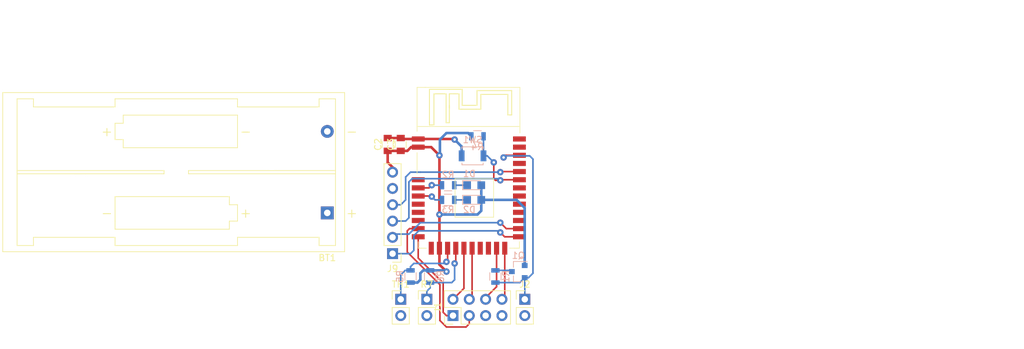
<source format=kicad_pcb>
(kicad_pcb (version 4) (host pcbnew 4.0.7)

  (general
    (links 47)
    (no_connects 10)
    (area -27.757001 3.142 135.612 56.996001)
    (thickness 1.6)
    (drawings 19)
    (tracks 156)
    (zones 0)
    (modules 19)
    (nets 34)
  )

  (page A4)
  (layers
    (0 F.Cu signal)
    (31 B.Cu signal)
    (32 B.Adhes user)
    (33 F.Adhes user)
    (34 B.Paste user)
    (35 F.Paste user)
    (36 B.SilkS user)
    (37 F.SilkS user)
    (38 B.Mask user)
    (39 F.Mask user)
    (40 Dwgs.User user)
    (41 Cmts.User user)
    (42 Eco1.User user)
    (43 Eco2.User user)
    (44 Edge.Cuts user)
    (45 Margin user)
    (46 B.CrtYd user)
    (47 F.CrtYd user)
    (48 B.Fab user)
    (49 F.Fab user)
  )

  (setup
    (last_trace_width 0.4)
    (user_trace_width 0.4)
    (trace_clearance 0.2)
    (zone_clearance 0.508)
    (zone_45_only no)
    (trace_min 0.2)
    (segment_width 0.2)
    (edge_width 0.1)
    (via_size 1)
    (via_drill 0.4)
    (via_min_size 1)
    (via_min_drill 0.4)
    (uvia_size 0.3)
    (uvia_drill 0.1)
    (uvias_allowed no)
    (uvia_min_size 0.2)
    (uvia_min_drill 0.1)
    (pcb_text_width 0.3)
    (pcb_text_size 1.5 1.5)
    (mod_edge_width 0.15)
    (mod_text_size 1 1)
    (mod_text_width 0.15)
    (pad_size 1.5 1.5)
    (pad_drill 0.6)
    (pad_to_mask_clearance 0)
    (aux_axis_origin 0 0)
    (visible_elements 7FFEFF7F)
    (pcbplotparams
      (layerselection 0x00030_80000001)
      (usegerberextensions false)
      (excludeedgelayer true)
      (linewidth 0.100000)
      (plotframeref false)
      (viasonmask false)
      (mode 1)
      (useauxorigin false)
      (hpglpennumber 1)
      (hpglpenspeed 20)
      (hpglpendiameter 15)
      (hpglpenoverlay 2)
      (psnegative false)
      (psa4output false)
      (plotreference true)
      (plotvalue true)
      (plotinvisibletext false)
      (padsonsilk false)
      (subtractmaskfromsilk false)
      (outputformat 1)
      (mirror false)
      (drillshape 0)
      (scaleselection 1)
      (outputdirectory ""))
  )

  (net 0 "")
  (net 1 BATT_READ)
  (net 2 GND)
  (net 3 "Net-(D1-Pad1)")
  (net 4 "Net-(D2-Pad1)")
  (net 5 DOOR_READ)
  (net 6 TX_DAP)
  (net 7 RX_DAP)
  (net 8 SWDIO_DAP)
  (net 9 SWCLK_DAP)
  (net 10 "Net-(Q1-Pad3)")
  (net 11 NTC_READ)
  (net 12 LDR_READ)
  (net 13 "Net-(U2-Pad3)")
  (net 14 "Net-(U2-Pad6)")
  (net 15 "Net-(U2-Pad7)")
  (net 16 "Net-(U2-Pad8)")
  (net 17 I2C_DATA)
  (net 18 I2C_CLK)
  (net 19 "Net-(U2-Pad11)")
  (net 20 A01)
  (net 21 A02)
  (net 22 "Net-(U2-Pad17)")
  (net 23 "Net-(U2-Pad18)")
  (net 24 D01)
  (net 25 D02)
  (net 26 "Net-(U2-Pad23)")
  (net 27 "Net-(U2-Pad24)")
  (net 28 "Net-(U2-Pad25)")
  (net 29 "Net-(U2-Pad26)")
  (net 30 "Net-(U2-Pad27)")
  (net 31 "Net-(U2-Pad30)")
  (net 32 "Net-(U2-Pad32)")
  (net 33 "Net-(U2-Pad33)")

  (net_class Default "This is the default net class."
    (clearance 0.2)
    (trace_width 0.25)
    (via_dia 1)
    (via_drill 0.4)
    (uvia_dia 0.3)
    (uvia_drill 0.1)
    (add_net A01)
    (add_net A02)
    (add_net BATT_READ)
    (add_net D01)
    (add_net D02)
    (add_net DOOR_READ)
    (add_net GND)
    (add_net I2C_CLK)
    (add_net I2C_DATA)
    (add_net LDR_READ)
    (add_net NTC_READ)
    (add_net "Net-(D1-Pad1)")
    (add_net "Net-(D2-Pad1)")
    (add_net "Net-(Q1-Pad3)")
    (add_net "Net-(U2-Pad11)")
    (add_net "Net-(U2-Pad17)")
    (add_net "Net-(U2-Pad18)")
    (add_net "Net-(U2-Pad23)")
    (add_net "Net-(U2-Pad24)")
    (add_net "Net-(U2-Pad25)")
    (add_net "Net-(U2-Pad26)")
    (add_net "Net-(U2-Pad27)")
    (add_net "Net-(U2-Pad3)")
    (add_net "Net-(U2-Pad30)")
    (add_net "Net-(U2-Pad32)")
    (add_net "Net-(U2-Pad33)")
    (add_net "Net-(U2-Pad6)")
    (add_net "Net-(U2-Pad7)")
    (add_net "Net-(U2-Pad8)")
    (add_net RX_DAP)
    (add_net SWCLK_DAP)
    (add_net SWDIO_DAP)
    (add_net TX_DAP)
  )

  (net_class PWD ""
    (clearance 0.2)
    (trace_width 0.4)
    (via_dia 1)
    (via_drill 0.4)
    (uvia_dia 0.3)
    (uvia_drill 0.1)
  )

  (module Battery_Holders:Keystone_2468_2xAAA (layer F.Cu) (tedit 57A87332) (tstamp 5A93E9D7)
    (at 23.368 35.814 180)
    (descr "2xAAA cell battery holder, Keystone P/N 2468")
    (tags "AAA battery cell holder")
    (path /5A93DB46)
    (fp_text reference BT1 (at 0 -7 360) (layer F.SilkS)
      (effects (font (size 1 1) (thickness 0.15)))
    )
    (fp_text value Battery (at 24.95 7.8 180) (layer F.Fab)
      (effects (font (size 1 1) (thickness 0.15)))
    )
    (fp_text user - (at 34.29 0 180) (layer F.SilkS)
      (effects (font (size 1.5 1.5) (thickness 0.15)))
    )
    (fp_text user + (at 12.7 0 180) (layer F.SilkS)
      (effects (font (size 1.5 1.5) (thickness 0.15)))
    )
    (fp_line (start 50.9 19.15) (end 50.9 -6.45) (layer F.CrtYd) (width 0.05))
    (fp_line (start -3.1 19.15) (end 50.9 19.15) (layer F.CrtYd) (width 0.05))
    (fp_line (start -3.1 -6.45) (end -3.1 19.15) (layer F.CrtYd) (width 0.05))
    (fp_line (start 50.9 -6.45) (end -3.1 -6.45) (layer F.CrtYd) (width 0.05))
    (fp_line (start 50.5 18.75) (end 50.5 -6.05) (layer F.SilkS) (width 0.12))
    (fp_line (start -2.7 18.75) (end 50.5 18.75) (layer F.SilkS) (width 0.12))
    (fp_line (start -2.7 -6.05) (end -2.7 18.75) (layer F.SilkS) (width 0.12))
    (fp_line (start 50.5 -6.05) (end -2.7 -6.05) (layer F.SilkS) (width 0.12))
    (fp_line (start 13.97 15.24) (end 13.97 10.16) (layer F.SilkS) (width 0.12))
    (fp_line (start 13.97 10.16) (end 31.75 10.16) (layer F.SilkS) (width 0.12))
    (fp_line (start 31.75 10.16) (end 31.75 11.43) (layer F.SilkS) (width 0.12))
    (fp_line (start 31.75 11.43) (end 33.02 11.43) (layer F.SilkS) (width 0.12))
    (fp_line (start 33.02 11.43) (end 33.02 13.97) (layer F.SilkS) (width 0.12))
    (fp_line (start 33.02 13.97) (end 31.75 13.97) (layer F.SilkS) (width 0.12))
    (fp_line (start 31.75 13.97) (end 31.75 15.24) (layer F.SilkS) (width 0.12))
    (fp_line (start 31.75 15.24) (end 13.97 15.24) (layer F.SilkS) (width 0.12))
    (fp_line (start 33.02 -1.27) (end 33.02 2.54) (layer F.SilkS) (width 0.12))
    (fp_line (start 33.02 2.54) (end 15.24 2.54) (layer F.SilkS) (width 0.12))
    (fp_line (start 15.24 2.54) (end 15.24 1.27) (layer F.SilkS) (width 0.12))
    (fp_line (start 15.24 1.27) (end 13.97 1.27) (layer F.SilkS) (width 0.12))
    (fp_line (start 13.97 1.27) (end 13.97 -1.27) (layer F.SilkS) (width 0.12))
    (fp_line (start 13.97 -1.27) (end 15.24 -1.27) (layer F.SilkS) (width 0.12))
    (fp_line (start 15.24 -1.27) (end 15.24 -2.54) (layer F.SilkS) (width 0.12))
    (fp_line (start 15.24 -2.54) (end 33.02 -2.54) (layer F.SilkS) (width 0.12))
    (fp_line (start 33.02 -2.54) (end 33.02 -1.27) (layer F.SilkS) (width 0.12))
    (fp_line (start -1.27 6.096) (end 21.59 6.096) (layer F.SilkS) (width 0.12))
    (fp_line (start 21.59 6.096) (end 21.59 6.604) (layer F.SilkS) (width 0.12))
    (fp_line (start 21.59 6.604) (end -1.27 6.604) (layer F.SilkS) (width 0.12))
    (fp_line (start 48.26 6.096) (end 25.4 6.096) (layer F.SilkS) (width 0.12))
    (fp_line (start 25.4 6.096) (end 25.4 6.604) (layer F.SilkS) (width 0.12))
    (fp_line (start 25.4 6.604) (end 48.26 6.604) (layer F.SilkS) (width 0.12))
    (fp_line (start 13.97 16.51) (end 13.97 17.78) (layer F.SilkS) (width 0.12))
    (fp_line (start 13.97 17.78) (end 33.02 17.78) (layer F.SilkS) (width 0.12))
    (fp_line (start 33.02 17.78) (end 33.02 16.51) (layer F.SilkS) (width 0.12))
    (fp_line (start 45.72 -3.81) (end 33.02 -3.81) (layer F.SilkS) (width 0.12))
    (fp_line (start 33.02 -3.81) (end 33.02 -5.08) (layer F.SilkS) (width 0.12))
    (fp_line (start 33.02 -5.08) (end 13.97 -5.08) (layer F.SilkS) (width 0.12))
    (fp_line (start 13.97 -5.08) (end 13.97 -3.81) (layer F.SilkS) (width 0.12))
    (fp_line (start 45.72 16.51) (end 33.02 16.51) (layer F.SilkS) (width 0.12))
    (fp_line (start 1.27 -3.81) (end 13.97 -3.81) (layer F.SilkS) (width 0.12))
    (fp_line (start 1.27 -3.81) (end 1.27 -5.08) (layer F.SilkS) (width 0.12))
    (fp_line (start 1.27 -5.08) (end -1.27 -5.08) (layer F.SilkS) (width 0.12))
    (fp_line (start -1.27 -5.08) (end -1.27 17.78) (layer F.SilkS) (width 0.12))
    (fp_line (start -1.27 17.78) (end 1.27 17.78) (layer F.SilkS) (width 0.12))
    (fp_line (start 1.27 17.78) (end 1.27 16.51) (layer F.SilkS) (width 0.12))
    (fp_line (start 1.27 16.51) (end 13.97 16.51) (layer F.SilkS) (width 0.12))
    (fp_line (start 48.26 -5.08) (end 45.72 -5.08) (layer F.SilkS) (width 0.12))
    (fp_line (start 45.72 -5.08) (end 45.72 -3.81) (layer F.SilkS) (width 0.12))
    (fp_line (start 48.26 -5.08) (end 48.26 17.78) (layer F.SilkS) (width 0.12))
    (fp_line (start 48.26 17.78) (end 45.72 17.78) (layer F.SilkS) (width 0.12))
    (fp_line (start 45.72 17.78) (end 45.72 16.51) (layer F.SilkS) (width 0.12))
    (fp_line (start -2.6 18.65) (end -2.6 6.35) (layer F.Fab) (width 0.1))
    (fp_line (start 50.4 18.65) (end 50.4 -5.95) (layer F.Fab) (width 0.1))
    (fp_line (start -2.6 18.65) (end 50.4 18.65) (layer F.Fab) (width 0.1))
    (fp_line (start -2.6 6.35) (end -2.6 -5.95) (layer F.Fab) (width 0.1))
    (fp_line (start -2.6 -5.95) (end 50.4 -5.95) (layer F.Fab) (width 0.1))
    (fp_text user + (at 34.29 12.7 180) (layer F.SilkS)
      (effects (font (size 1.5 1.5) (thickness 0.15)))
    )
    (fp_text user - (at 12.7 12.7 180) (layer F.SilkS)
      (effects (font (size 1.5 1.5) (thickness 0.15)))
    )
    (fp_text user + (at -3.81 0 180) (layer F.SilkS)
      (effects (font (size 1.5 1.5) (thickness 0.15)))
    )
    (fp_text user - (at -3.81 12.7 180) (layer F.SilkS)
      (effects (font (size 1.5 1.5) (thickness 0.15)))
    )
    (pad 1 thru_hole rect (at 0 0 180) (size 2 2) (drill 1.02) (layers *.Cu *.Mask)
      (net 1 BATT_READ))
    (pad 2 thru_hole circle (at 0 12.7 180) (size 2 2) (drill 1.02) (layers *.Cu *.Mask)
      (net 2 GND))
    (pad "" np_thru_hole circle (at 8.636 8.6995 180) (size 3.5 3.5) (drill 3.5) (layers *.Cu *.Mask))
    (pad "" np_thru_hole circle (at 38.608 3.9624 180) (size 3.5 3.5) (drill 3.5) (layers *.Cu *.Mask))
  )

  (module Capacitors_SMD:C_0805 (layer F.Cu) (tedit 58AA8463) (tstamp 5A93E9E8)
    (at 32.766 25.146 90)
    (descr "Capacitor SMD 0805, reflow soldering, AVX (see smccp.pdf)")
    (tags "capacitor 0805")
    (path /5A745CF0)
    (attr smd)
    (fp_text reference C2 (at 0 -1.5 90) (layer F.SilkS)
      (effects (font (size 1 1) (thickness 0.15)))
    )
    (fp_text value 1uF (at 0 1.75 90) (layer F.Fab)
      (effects (font (size 1 1) (thickness 0.15)))
    )
    (fp_text user %R (at 0 -1.5 90) (layer F.Fab)
      (effects (font (size 1 1) (thickness 0.15)))
    )
    (fp_line (start -1 0.62) (end -1 -0.62) (layer F.Fab) (width 0.1))
    (fp_line (start 1 0.62) (end -1 0.62) (layer F.Fab) (width 0.1))
    (fp_line (start 1 -0.62) (end 1 0.62) (layer F.Fab) (width 0.1))
    (fp_line (start -1 -0.62) (end 1 -0.62) (layer F.Fab) (width 0.1))
    (fp_line (start 0.5 -0.85) (end -0.5 -0.85) (layer F.SilkS) (width 0.12))
    (fp_line (start -0.5 0.85) (end 0.5 0.85) (layer F.SilkS) (width 0.12))
    (fp_line (start -1.75 -0.88) (end 1.75 -0.88) (layer F.CrtYd) (width 0.05))
    (fp_line (start -1.75 -0.88) (end -1.75 0.87) (layer F.CrtYd) (width 0.05))
    (fp_line (start 1.75 0.87) (end 1.75 -0.88) (layer F.CrtYd) (width 0.05))
    (fp_line (start 1.75 0.87) (end -1.75 0.87) (layer F.CrtYd) (width 0.05))
    (pad 1 smd rect (at -1 0 90) (size 1 1.25) (layers F.Cu F.Paste F.Mask)
      (net 1 BATT_READ))
    (pad 2 smd rect (at 1 0 90) (size 1 1.25) (layers F.Cu F.Paste F.Mask)
      (net 2 GND))
    (model Capacitors_SMD.3dshapes/C_0805.wrl
      (at (xyz 0 0 0))
      (scale (xyz 1 1 1))
      (rotate (xyz 0 0 0))
    )
  )

  (module Capacitors_SMD:C_0805 (layer F.Cu) (tedit 58AA8463) (tstamp 5A93E9F9)
    (at 34.798 25.146 90)
    (descr "Capacitor SMD 0805, reflow soldering, AVX (see smccp.pdf)")
    (tags "capacitor 0805")
    (path /5A745B74)
    (attr smd)
    (fp_text reference C3 (at 0 -1.5 90) (layer F.SilkS)
      (effects (font (size 1 1) (thickness 0.15)))
    )
    (fp_text value 100nF (at 0 1.75 90) (layer F.Fab)
      (effects (font (size 1 1) (thickness 0.15)))
    )
    (fp_text user %R (at 0 -1.5 90) (layer F.Fab)
      (effects (font (size 1 1) (thickness 0.15)))
    )
    (fp_line (start -1 0.62) (end -1 -0.62) (layer F.Fab) (width 0.1))
    (fp_line (start 1 0.62) (end -1 0.62) (layer F.Fab) (width 0.1))
    (fp_line (start 1 -0.62) (end 1 0.62) (layer F.Fab) (width 0.1))
    (fp_line (start -1 -0.62) (end 1 -0.62) (layer F.Fab) (width 0.1))
    (fp_line (start 0.5 -0.85) (end -0.5 -0.85) (layer F.SilkS) (width 0.12))
    (fp_line (start -0.5 0.85) (end 0.5 0.85) (layer F.SilkS) (width 0.12))
    (fp_line (start -1.75 -0.88) (end 1.75 -0.88) (layer F.CrtYd) (width 0.05))
    (fp_line (start -1.75 -0.88) (end -1.75 0.87) (layer F.CrtYd) (width 0.05))
    (fp_line (start 1.75 0.87) (end 1.75 -0.88) (layer F.CrtYd) (width 0.05))
    (fp_line (start 1.75 0.87) (end -1.75 0.87) (layer F.CrtYd) (width 0.05))
    (pad 1 smd rect (at -1 0 90) (size 1 1.25) (layers F.Cu F.Paste F.Mask)
      (net 1 BATT_READ))
    (pad 2 smd rect (at 1 0 90) (size 1 1.25) (layers F.Cu F.Paste F.Mask)
      (net 2 GND))
    (model Capacitors_SMD.3dshapes/C_0805.wrl
      (at (xyz 0 0 0))
      (scale (xyz 1 1 1))
      (rotate (xyz 0 0 0))
    )
  )

  (module LEDs:LED_0805 (layer B.Cu) (tedit 5A94D3DA) (tstamp 5A93EA0F)
    (at 46.228 31.496)
    (descr "LED 0805 smd package")
    (tags "LED led 0805 SMD smd SMT smt smdled SMDLED smtled SMTLED")
    (path /5A744F95)
    (attr smd)
    (fp_text reference D1 (at -0.762 -1.778) (layer B.SilkS)
      (effects (font (size 1 1) (thickness 0.15)) (justify mirror))
    )
    (fp_text value LED (at 0 -1.55) (layer B.Fab)
      (effects (font (size 1 1) (thickness 0.15)) (justify mirror))
    )
    (fp_line (start -1.8 0.7) (end -1.8 -0.7) (layer B.SilkS) (width 0.12))
    (fp_line (start -0.4 0.4) (end -0.4 -0.4) (layer B.Fab) (width 0.1))
    (fp_line (start -0.4 0) (end 0.2 0.4) (layer B.Fab) (width 0.1))
    (fp_line (start 0.2 -0.4) (end -0.4 0) (layer B.Fab) (width 0.1))
    (fp_line (start 0.2 0.4) (end 0.2 -0.4) (layer B.Fab) (width 0.1))
    (fp_line (start 1 -0.6) (end -1 -0.6) (layer B.Fab) (width 0.1))
    (fp_line (start 1 0.6) (end 1 -0.6) (layer B.Fab) (width 0.1))
    (fp_line (start -1 0.6) (end 1 0.6) (layer B.Fab) (width 0.1))
    (fp_line (start -1 -0.6) (end -1 0.6) (layer B.Fab) (width 0.1))
    (fp_line (start -1.8 -0.7) (end 1 -0.7) (layer B.SilkS) (width 0.12))
    (fp_line (start -1.8 0.7) (end 1 0.7) (layer B.SilkS) (width 0.12))
    (fp_line (start 1.95 0.85) (end 1.95 -0.85) (layer B.CrtYd) (width 0.05))
    (fp_line (start 1.95 -0.85) (end -1.95 -0.85) (layer B.CrtYd) (width 0.05))
    (fp_line (start -1.95 -0.85) (end -1.95 0.85) (layer B.CrtYd) (width 0.05))
    (fp_line (start -1.95 0.85) (end 1.95 0.85) (layer B.CrtYd) (width 0.05))
    (fp_text user %R (at 0.762 -1.27) (layer B.Fab)
      (effects (font (size 0.4 0.4) (thickness 0.1)) (justify mirror))
    )
    (pad 2 smd rect (at 1.1 0 180) (size 1.2 1.2) (layers B.Cu B.Paste B.Mask)
      (net 1 BATT_READ))
    (pad 1 smd rect (at -1.1 0 180) (size 1.2 1.2) (layers B.Cu B.Paste B.Mask)
      (net 3 "Net-(D1-Pad1)"))
    (model ${KISYS3DMOD}/LEDs.3dshapes/LED_0805.wrl
      (at (xyz 0 0 0))
      (scale (xyz 1 1 1))
      (rotate (xyz 0 0 180))
    )
  )

  (module LEDs:LED_0805 (layer B.Cu) (tedit 5A94D3E5) (tstamp 5A93EA25)
    (at 46.228 33.782)
    (descr "LED 0805 smd package")
    (tags "LED led 0805 SMD smd SMT smt smdled SMDLED smtled SMTLED")
    (path /5A744F9B)
    (attr smd)
    (fp_text reference D2 (at -0.762 1.524) (layer B.SilkS)
      (effects (font (size 1 1) (thickness 0.15)) (justify mirror))
    )
    (fp_text value LED (at 0 -1.55) (layer B.Fab)
      (effects (font (size 1 1) (thickness 0.15)) (justify mirror))
    )
    (fp_line (start -1.8 0.7) (end -1.8 -0.7) (layer B.SilkS) (width 0.12))
    (fp_line (start -0.4 0.4) (end -0.4 -0.4) (layer B.Fab) (width 0.1))
    (fp_line (start -0.4 0) (end 0.2 0.4) (layer B.Fab) (width 0.1))
    (fp_line (start 0.2 -0.4) (end -0.4 0) (layer B.Fab) (width 0.1))
    (fp_line (start 0.2 0.4) (end 0.2 -0.4) (layer B.Fab) (width 0.1))
    (fp_line (start 1 -0.6) (end -1 -0.6) (layer B.Fab) (width 0.1))
    (fp_line (start 1 0.6) (end 1 -0.6) (layer B.Fab) (width 0.1))
    (fp_line (start -1 0.6) (end 1 0.6) (layer B.Fab) (width 0.1))
    (fp_line (start -1 -0.6) (end -1 0.6) (layer B.Fab) (width 0.1))
    (fp_line (start -1.8 -0.7) (end 1 -0.7) (layer B.SilkS) (width 0.12))
    (fp_line (start -1.8 0.7) (end 1 0.7) (layer B.SilkS) (width 0.12))
    (fp_line (start 1.95 0.85) (end 1.95 -0.85) (layer B.CrtYd) (width 0.05))
    (fp_line (start 1.95 -0.85) (end -1.95 -0.85) (layer B.CrtYd) (width 0.05))
    (fp_line (start -1.95 -0.85) (end -1.95 0.85) (layer B.CrtYd) (width 0.05))
    (fp_line (start -1.95 0.85) (end 1.95 0.85) (layer B.CrtYd) (width 0.05))
    (fp_text user %R (at 1.016 1.27) (layer B.Fab)
      (effects (font (size 0.4 0.4) (thickness 0.1)) (justify mirror))
    )
    (pad 2 smd rect (at 1.1 0 180) (size 1.2 1.2) (layers B.Cu B.Paste B.Mask)
      (net 1 BATT_READ))
    (pad 1 smd rect (at -1.1 0 180) (size 1.2 1.2) (layers B.Cu B.Paste B.Mask)
      (net 4 "Net-(D2-Pad1)"))
    (model ${KISYS3DMOD}/LEDs.3dshapes/LED_0805.wrl
      (at (xyz 0 0 0))
      (scale (xyz 1 1 1))
      (rotate (xyz 0 0 180))
    )
  )

  (module Pin_Headers:Pin_Header_Straight_2x04_Pitch2.54mm (layer F.Cu) (tedit 59650532) (tstamp 5A93EA43)
    (at 42.926 51.816 90)
    (descr "Through hole straight pin header, 2x04, 2.54mm pitch, double rows")
    (tags "Through hole pin header THT 2x04 2.54mm double row")
    (path /5A782D83)
    (fp_text reference J1 (at 1.27 -2.33 90) (layer F.SilkS)
      (effects (font (size 1 1) (thickness 0.15)))
    )
    (fp_text value Conn_01x08 (at 1.27 9.95 90) (layer F.Fab)
      (effects (font (size 1 1) (thickness 0.15)))
    )
    (fp_line (start 0 -1.27) (end 3.81 -1.27) (layer F.Fab) (width 0.1))
    (fp_line (start 3.81 -1.27) (end 3.81 8.89) (layer F.Fab) (width 0.1))
    (fp_line (start 3.81 8.89) (end -1.27 8.89) (layer F.Fab) (width 0.1))
    (fp_line (start -1.27 8.89) (end -1.27 0) (layer F.Fab) (width 0.1))
    (fp_line (start -1.27 0) (end 0 -1.27) (layer F.Fab) (width 0.1))
    (fp_line (start -1.33 8.95) (end 3.87 8.95) (layer F.SilkS) (width 0.12))
    (fp_line (start -1.33 1.27) (end -1.33 8.95) (layer F.SilkS) (width 0.12))
    (fp_line (start 3.87 -1.33) (end 3.87 8.95) (layer F.SilkS) (width 0.12))
    (fp_line (start -1.33 1.27) (end 1.27 1.27) (layer F.SilkS) (width 0.12))
    (fp_line (start 1.27 1.27) (end 1.27 -1.33) (layer F.SilkS) (width 0.12))
    (fp_line (start 1.27 -1.33) (end 3.87 -1.33) (layer F.SilkS) (width 0.12))
    (fp_line (start -1.33 0) (end -1.33 -1.33) (layer F.SilkS) (width 0.12))
    (fp_line (start -1.33 -1.33) (end 0 -1.33) (layer F.SilkS) (width 0.12))
    (fp_line (start -1.8 -1.8) (end -1.8 9.4) (layer F.CrtYd) (width 0.05))
    (fp_line (start -1.8 9.4) (end 4.35 9.4) (layer F.CrtYd) (width 0.05))
    (fp_line (start 4.35 9.4) (end 4.35 -1.8) (layer F.CrtYd) (width 0.05))
    (fp_line (start 4.35 -1.8) (end -1.8 -1.8) (layer F.CrtYd) (width 0.05))
    (fp_text user %R (at 1.27 3.81 180) (layer F.Fab)
      (effects (font (size 1 1) (thickness 0.15)))
    )
    (pad 1 thru_hole rect (at 0 0 90) (size 1.7 1.7) (drill 1) (layers *.Cu *.Mask)
      (net 18 I2C_CLK))
    (pad 2 thru_hole oval (at 2.54 0 90) (size 1.7 1.7) (drill 1) (layers *.Cu *.Mask)
      (net 20 A01))
    (pad 3 thru_hole oval (at 0 2.54 90) (size 1.7 1.7) (drill 1) (layers *.Cu *.Mask)
      (net 17 I2C_DATA))
    (pad 4 thru_hole oval (at 2.54 2.54 90) (size 1.7 1.7) (drill 1) (layers *.Cu *.Mask)
      (net 21 A02))
    (pad 5 thru_hole oval (at 0 5.08 90) (size 1.7 1.7) (drill 1) (layers *.Cu *.Mask)
      (net 2 GND))
    (pad 6 thru_hole oval (at 2.54 5.08 90) (size 1.7 1.7) (drill 1) (layers *.Cu *.Mask)
      (net 24 D01))
    (pad 7 thru_hole oval (at 0 7.62 90) (size 1.7 1.7) (drill 1) (layers *.Cu *.Mask)
      (net 1 BATT_READ))
    (pad 8 thru_hole oval (at 2.54 7.62 90) (size 1.7 1.7) (drill 1) (layers *.Cu *.Mask)
      (net 25 D02))
    (model ${KISYS3DMOD}/Pin_Headers.3dshapes/Pin_Header_Straight_2x04_Pitch2.54mm.wrl
      (at (xyz 0 0 0))
      (scale (xyz 1 1 1))
      (rotate (xyz 0 0 0))
    )
  )

  (module Pin_Headers:Pin_Header_Straight_1x02_Pitch2.54mm (layer F.Cu) (tedit 59650532) (tstamp 5A93EA59)
    (at 54.102 49.276)
    (descr "Through hole straight pin header, 1x02, 2.54mm pitch, single row")
    (tags "Through hole pin header THT 1x02 2.54mm single row")
    (path /5A7870FF)
    (fp_text reference J2 (at 0 -2.33) (layer F.SilkS)
      (effects (font (size 1 1) (thickness 0.15)))
    )
    (fp_text value Door_Sensor (at 0 4.87) (layer F.Fab)
      (effects (font (size 1 1) (thickness 0.15)))
    )
    (fp_line (start -0.635 -1.27) (end 1.27 -1.27) (layer F.Fab) (width 0.1))
    (fp_line (start 1.27 -1.27) (end 1.27 3.81) (layer F.Fab) (width 0.1))
    (fp_line (start 1.27 3.81) (end -1.27 3.81) (layer F.Fab) (width 0.1))
    (fp_line (start -1.27 3.81) (end -1.27 -0.635) (layer F.Fab) (width 0.1))
    (fp_line (start -1.27 -0.635) (end -0.635 -1.27) (layer F.Fab) (width 0.1))
    (fp_line (start -1.33 3.87) (end 1.33 3.87) (layer F.SilkS) (width 0.12))
    (fp_line (start -1.33 1.27) (end -1.33 3.87) (layer F.SilkS) (width 0.12))
    (fp_line (start 1.33 1.27) (end 1.33 3.87) (layer F.SilkS) (width 0.12))
    (fp_line (start -1.33 1.27) (end 1.33 1.27) (layer F.SilkS) (width 0.12))
    (fp_line (start -1.33 0) (end -1.33 -1.33) (layer F.SilkS) (width 0.12))
    (fp_line (start -1.33 -1.33) (end 0 -1.33) (layer F.SilkS) (width 0.12))
    (fp_line (start -1.8 -1.8) (end -1.8 4.35) (layer F.CrtYd) (width 0.05))
    (fp_line (start -1.8 4.35) (end 1.8 4.35) (layer F.CrtYd) (width 0.05))
    (fp_line (start 1.8 4.35) (end 1.8 -1.8) (layer F.CrtYd) (width 0.05))
    (fp_line (start 1.8 -1.8) (end -1.8 -1.8) (layer F.CrtYd) (width 0.05))
    (fp_text user %R (at 0 1.27 90) (layer F.Fab)
      (effects (font (size 1 1) (thickness 0.15)))
    )
    (pad 1 thru_hole rect (at 0 0) (size 1.7 1.7) (drill 1) (layers *.Cu *.Mask)
      (net 5 DOOR_READ))
    (pad 2 thru_hole oval (at 0 2.54) (size 1.7 1.7) (drill 1) (layers *.Cu *.Mask)
      (net 2 GND))
    (model ${KISYS3DMOD}/Pin_Headers.3dshapes/Pin_Header_Straight_1x02_Pitch2.54mm.wrl
      (at (xyz 0 0 0))
      (scale (xyz 1 1 1))
      (rotate (xyz 0 0 0))
    )
  )

  (module Pin_Headers:Pin_Header_Straight_1x06_Pitch2.54mm (layer F.Cu) (tedit 59650532) (tstamp 5A93EA73)
    (at 33.528 42.164 180)
    (descr "Through hole straight pin header, 1x06, 2.54mm pitch, single row")
    (tags "Through hole pin header THT 1x06 2.54mm single row")
    (path /5A74268B)
    (fp_text reference J9 (at 0 -2.33 180) (layer F.SilkS)
      (effects (font (size 1 1) (thickness 0.15)))
    )
    (fp_text value Conn_DAP (at 0 15.03 180) (layer F.Fab)
      (effects (font (size 1 1) (thickness 0.15)))
    )
    (fp_line (start -0.635 -1.27) (end 1.27 -1.27) (layer F.Fab) (width 0.1))
    (fp_line (start 1.27 -1.27) (end 1.27 13.97) (layer F.Fab) (width 0.1))
    (fp_line (start 1.27 13.97) (end -1.27 13.97) (layer F.Fab) (width 0.1))
    (fp_line (start -1.27 13.97) (end -1.27 -0.635) (layer F.Fab) (width 0.1))
    (fp_line (start -1.27 -0.635) (end -0.635 -1.27) (layer F.Fab) (width 0.1))
    (fp_line (start -1.33 14.03) (end 1.33 14.03) (layer F.SilkS) (width 0.12))
    (fp_line (start -1.33 1.27) (end -1.33 14.03) (layer F.SilkS) (width 0.12))
    (fp_line (start 1.33 1.27) (end 1.33 14.03) (layer F.SilkS) (width 0.12))
    (fp_line (start -1.33 1.27) (end 1.33 1.27) (layer F.SilkS) (width 0.12))
    (fp_line (start -1.33 0) (end -1.33 -1.33) (layer F.SilkS) (width 0.12))
    (fp_line (start -1.33 -1.33) (end 0 -1.33) (layer F.SilkS) (width 0.12))
    (fp_line (start -1.8 -1.8) (end -1.8 14.5) (layer F.CrtYd) (width 0.05))
    (fp_line (start -1.8 14.5) (end 1.8 14.5) (layer F.CrtYd) (width 0.05))
    (fp_line (start 1.8 14.5) (end 1.8 -1.8) (layer F.CrtYd) (width 0.05))
    (fp_line (start 1.8 -1.8) (end -1.8 -1.8) (layer F.CrtYd) (width 0.05))
    (fp_text user %R (at 0 6.35 270) (layer F.Fab)
      (effects (font (size 1 1) (thickness 0.15)))
    )
    (pad 1 thru_hole rect (at 0 0 180) (size 1.7 1.7) (drill 1) (layers *.Cu *.Mask)
      (net 6 TX_DAP))
    (pad 2 thru_hole oval (at 0 2.54 180) (size 1.7 1.7) (drill 1) (layers *.Cu *.Mask)
      (net 7 RX_DAP))
    (pad 3 thru_hole oval (at 0 5.08 180) (size 1.7 1.7) (drill 1) (layers *.Cu *.Mask)
      (net 8 SWDIO_DAP))
    (pad 4 thru_hole oval (at 0 7.62 180) (size 1.7 1.7) (drill 1) (layers *.Cu *.Mask)
      (net 9 SWCLK_DAP))
    (pad 5 thru_hole oval (at 0 10.16 180) (size 1.7 1.7) (drill 1) (layers *.Cu *.Mask)
      (net 2 GND))
    (pad 6 thru_hole oval (at 0 12.7 180) (size 1.7 1.7) (drill 1) (layers *.Cu *.Mask)
      (net 1 BATT_READ))
    (model ${KISYS3DMOD}/Pin_Headers.3dshapes/Pin_Header_Straight_1x06_Pitch2.54mm.wrl
      (at (xyz 0 0 0))
      (scale (xyz 1 1 1))
      (rotate (xyz 0 0 0))
    )
  )

  (module TO_SOT_Packages_SMD:SOT-23 (layer B.Cu) (tedit 58CE4E7E) (tstamp 5A93EA88)
    (at 53.086 44.958 180)
    (descr "SOT-23, Standard")
    (tags SOT-23)
    (path /5A78691D)
    (attr smd)
    (fp_text reference Q1 (at 0 2.5 180) (layer B.SilkS)
      (effects (font (size 1 1) (thickness 0.15)) (justify mirror))
    )
    (fp_text value Q_PMOS_DGS (at 0 -2.5 180) (layer B.Fab)
      (effects (font (size 1 1) (thickness 0.15)) (justify mirror))
    )
    (fp_text user %R (at 0 0 450) (layer B.Fab)
      (effects (font (size 0.5 0.5) (thickness 0.075)) (justify mirror))
    )
    (fp_line (start -0.7 0.95) (end -0.7 -1.5) (layer B.Fab) (width 0.1))
    (fp_line (start -0.15 1.52) (end 0.7 1.52) (layer B.Fab) (width 0.1))
    (fp_line (start -0.7 0.95) (end -0.15 1.52) (layer B.Fab) (width 0.1))
    (fp_line (start 0.7 1.52) (end 0.7 -1.52) (layer B.Fab) (width 0.1))
    (fp_line (start -0.7 -1.52) (end 0.7 -1.52) (layer B.Fab) (width 0.1))
    (fp_line (start 0.76 -1.58) (end 0.76 -0.65) (layer B.SilkS) (width 0.12))
    (fp_line (start 0.76 1.58) (end 0.76 0.65) (layer B.SilkS) (width 0.12))
    (fp_line (start -1.7 1.75) (end 1.7 1.75) (layer B.CrtYd) (width 0.05))
    (fp_line (start 1.7 1.75) (end 1.7 -1.75) (layer B.CrtYd) (width 0.05))
    (fp_line (start 1.7 -1.75) (end -1.7 -1.75) (layer B.CrtYd) (width 0.05))
    (fp_line (start -1.7 -1.75) (end -1.7 1.75) (layer B.CrtYd) (width 0.05))
    (fp_line (start 0.76 1.58) (end -1.4 1.58) (layer B.SilkS) (width 0.12))
    (fp_line (start 0.76 -1.58) (end -0.7 -1.58) (layer B.SilkS) (width 0.12))
    (pad 1 smd rect (at -1 0.95 180) (size 0.9 0.8) (layers B.Cu B.Paste B.Mask)
      (net 1 BATT_READ))
    (pad 2 smd rect (at -1 -0.95 180) (size 0.9 0.8) (layers B.Cu B.Paste B.Mask)
      (net 5 DOOR_READ))
    (pad 3 smd rect (at 1 0 180) (size 0.9 0.8) (layers B.Cu B.Paste B.Mask)
      (net 10 "Net-(Q1-Pad3)"))
    (model ${KISYS3DMOD}/TO_SOT_Packages_SMD.3dshapes/SOT-23.wrl
      (at (xyz 0 0 0))
      (scale (xyz 1 1 1))
      (rotate (xyz 0 0 0))
    )
  )

  (module Resistors_SMD:R_0805 (layer B.Cu) (tedit 58E0A804) (tstamp 5A93EA99)
    (at 49.53 45.72 90)
    (descr "Resistor SMD 0805, reflow soldering, Vishay (see dcrcw.pdf)")
    (tags "resistor 0805")
    (path /5A787091)
    (attr smd)
    (fp_text reference R1 (at 0 1.65 90) (layer B.SilkS)
      (effects (font (size 1 1) (thickness 0.15)) (justify mirror))
    )
    (fp_text value 10K (at 0 -1.75 90) (layer B.Fab)
      (effects (font (size 1 1) (thickness 0.15)) (justify mirror))
    )
    (fp_text user %R (at 0 0 90) (layer B.Fab)
      (effects (font (size 0.5 0.5) (thickness 0.075)) (justify mirror))
    )
    (fp_line (start -1 -0.62) (end -1 0.62) (layer B.Fab) (width 0.1))
    (fp_line (start 1 -0.62) (end -1 -0.62) (layer B.Fab) (width 0.1))
    (fp_line (start 1 0.62) (end 1 -0.62) (layer B.Fab) (width 0.1))
    (fp_line (start -1 0.62) (end 1 0.62) (layer B.Fab) (width 0.1))
    (fp_line (start 0.6 -0.88) (end -0.6 -0.88) (layer B.SilkS) (width 0.12))
    (fp_line (start -0.6 0.88) (end 0.6 0.88) (layer B.SilkS) (width 0.12))
    (fp_line (start -1.55 0.9) (end 1.55 0.9) (layer B.CrtYd) (width 0.05))
    (fp_line (start -1.55 0.9) (end -1.55 -0.9) (layer B.CrtYd) (width 0.05))
    (fp_line (start 1.55 -0.9) (end 1.55 0.9) (layer B.CrtYd) (width 0.05))
    (fp_line (start 1.55 -0.9) (end -1.55 -0.9) (layer B.CrtYd) (width 0.05))
    (pad 1 smd rect (at -0.95 0 90) (size 0.7 1.3) (layers B.Cu B.Paste B.Mask)
      (net 5 DOOR_READ))
    (pad 2 smd rect (at 0.95 0 90) (size 0.7 1.3) (layers B.Cu B.Paste B.Mask)
      (net 10 "Net-(Q1-Pad3)"))
    (model ${KISYS3DMOD}/Resistors_SMD.3dshapes/R_0805.wrl
      (at (xyz 0 0 0))
      (scale (xyz 1 1 1))
      (rotate (xyz 0 0 0))
    )
  )

  (module Resistors_SMD:R_0805 (layer B.Cu) (tedit 58E0A804) (tstamp 5A93EAAA)
    (at 42.164 31.496 180)
    (descr "Resistor SMD 0805, reflow soldering, Vishay (see dcrcw.pdf)")
    (tags "resistor 0805")
    (path /5A744FA1)
    (attr smd)
    (fp_text reference R2 (at 0 1.65 180) (layer B.SilkS)
      (effects (font (size 1 1) (thickness 0.15)) (justify mirror))
    )
    (fp_text value 1K (at 0 -1.75 180) (layer B.Fab)
      (effects (font (size 1 1) (thickness 0.15)) (justify mirror))
    )
    (fp_text user %R (at 0 0 180) (layer B.Fab)
      (effects (font (size 0.5 0.5) (thickness 0.075)) (justify mirror))
    )
    (fp_line (start -1 -0.62) (end -1 0.62) (layer B.Fab) (width 0.1))
    (fp_line (start 1 -0.62) (end -1 -0.62) (layer B.Fab) (width 0.1))
    (fp_line (start 1 0.62) (end 1 -0.62) (layer B.Fab) (width 0.1))
    (fp_line (start -1 0.62) (end 1 0.62) (layer B.Fab) (width 0.1))
    (fp_line (start 0.6 -0.88) (end -0.6 -0.88) (layer B.SilkS) (width 0.12))
    (fp_line (start -0.6 0.88) (end 0.6 0.88) (layer B.SilkS) (width 0.12))
    (fp_line (start -1.55 0.9) (end 1.55 0.9) (layer B.CrtYd) (width 0.05))
    (fp_line (start -1.55 0.9) (end -1.55 -0.9) (layer B.CrtYd) (width 0.05))
    (fp_line (start 1.55 -0.9) (end 1.55 0.9) (layer B.CrtYd) (width 0.05))
    (fp_line (start 1.55 -0.9) (end -1.55 -0.9) (layer B.CrtYd) (width 0.05))
    (pad 1 smd rect (at -0.95 0 180) (size 0.7 1.3) (layers B.Cu B.Paste B.Mask)
      (net 3 "Net-(D1-Pad1)"))
    (pad 2 smd rect (at 0.95 0 180) (size 0.7 1.3) (layers B.Cu B.Paste B.Mask)
      (net 2 GND))
    (model ${KISYS3DMOD}/Resistors_SMD.3dshapes/R_0805.wrl
      (at (xyz 0 0 0))
      (scale (xyz 1 1 1))
      (rotate (xyz 0 0 0))
    )
  )

  (module Resistors_SMD:R_0805 (layer B.Cu) (tedit 5A94D3DF) (tstamp 5A93EABB)
    (at 42.164 33.782 180)
    (descr "Resistor SMD 0805, reflow soldering, Vishay (see dcrcw.pdf)")
    (tags "resistor 0805")
    (path /5A744FA7)
    (attr smd)
    (fp_text reference R3 (at 0 -1.524 180) (layer B.SilkS)
      (effects (font (size 1 1) (thickness 0.15)) (justify mirror))
    )
    (fp_text value 1K (at 0 -1.75 180) (layer B.Fab)
      (effects (font (size 1 1) (thickness 0.15)) (justify mirror))
    )
    (fp_text user %R (at 0 0 180) (layer B.Fab)
      (effects (font (size 0.5 0.5) (thickness 0.075)) (justify mirror))
    )
    (fp_line (start -1 -0.62) (end -1 0.62) (layer B.Fab) (width 0.1))
    (fp_line (start 1 -0.62) (end -1 -0.62) (layer B.Fab) (width 0.1))
    (fp_line (start 1 0.62) (end 1 -0.62) (layer B.Fab) (width 0.1))
    (fp_line (start -1 0.62) (end 1 0.62) (layer B.Fab) (width 0.1))
    (fp_line (start 0.6 -0.88) (end -0.6 -0.88) (layer B.SilkS) (width 0.12))
    (fp_line (start -0.6 0.88) (end 0.6 0.88) (layer B.SilkS) (width 0.12))
    (fp_line (start -1.55 0.9) (end 1.55 0.9) (layer B.CrtYd) (width 0.05))
    (fp_line (start -1.55 0.9) (end -1.55 -0.9) (layer B.CrtYd) (width 0.05))
    (fp_line (start 1.55 -0.9) (end 1.55 0.9) (layer B.CrtYd) (width 0.05))
    (fp_line (start 1.55 -0.9) (end -1.55 -0.9) (layer B.CrtYd) (width 0.05))
    (pad 1 smd rect (at -0.95 0 180) (size 0.7 1.3) (layers B.Cu B.Paste B.Mask)
      (net 4 "Net-(D2-Pad1)"))
    (pad 2 smd rect (at 0.95 0 180) (size 0.7 1.3) (layers B.Cu B.Paste B.Mask)
      (net 2 GND))
    (model ${KISYS3DMOD}/Resistors_SMD.3dshapes/R_0805.wrl
      (at (xyz 0 0 0))
      (scale (xyz 1 1 1))
      (rotate (xyz 0 0 0))
    )
  )

  (module Resistors_SMD:R_0805 (layer B.Cu) (tedit 58E0A804) (tstamp 5A93EACC)
    (at 46.736 23.876)
    (descr "Resistor SMD 0805, reflow soldering, Vishay (see dcrcw.pdf)")
    (tags "resistor 0805")
    (path /5A742BD5)
    (attr smd)
    (fp_text reference R4 (at 0 1.65) (layer B.SilkS)
      (effects (font (size 1 1) (thickness 0.15)) (justify mirror))
    )
    (fp_text value 1K (at 0 -1.75) (layer B.Fab)
      (effects (font (size 1 1) (thickness 0.15)) (justify mirror))
    )
    (fp_text user %R (at 0 0) (layer B.Fab)
      (effects (font (size 0.5 0.5) (thickness 0.075)) (justify mirror))
    )
    (fp_line (start -1 -0.62) (end -1 0.62) (layer B.Fab) (width 0.1))
    (fp_line (start 1 -0.62) (end -1 -0.62) (layer B.Fab) (width 0.1))
    (fp_line (start 1 0.62) (end 1 -0.62) (layer B.Fab) (width 0.1))
    (fp_line (start -1 0.62) (end 1 0.62) (layer B.Fab) (width 0.1))
    (fp_line (start 0.6 -0.88) (end -0.6 -0.88) (layer B.SilkS) (width 0.12))
    (fp_line (start -0.6 0.88) (end 0.6 0.88) (layer B.SilkS) (width 0.12))
    (fp_line (start -1.55 0.9) (end 1.55 0.9) (layer B.CrtYd) (width 0.05))
    (fp_line (start -1.55 0.9) (end -1.55 -0.9) (layer B.CrtYd) (width 0.05))
    (fp_line (start 1.55 -0.9) (end 1.55 0.9) (layer B.CrtYd) (width 0.05))
    (fp_line (start 1.55 -0.9) (end -1.55 -0.9) (layer B.CrtYd) (width 0.05))
    (pad 1 smd rect (at -0.95 0) (size 0.7 1.3) (layers B.Cu B.Paste B.Mask)
      (net 1 BATT_READ))
    (pad 2 smd rect (at 0.95 0) (size 0.7 1.3) (layers B.Cu B.Paste B.Mask)
      (net 8 SWDIO_DAP))
    (model ${KISYS3DMOD}/Resistors_SMD.3dshapes/R_0805.wrl
      (at (xyz 0 0 0))
      (scale (xyz 1 1 1))
      (rotate (xyz 0 0 0))
    )
  )

  (module Resistors_SMD:R_0805 (layer B.Cu) (tedit 58E0A804) (tstamp 5A93EADD)
    (at 36.322 45.72 270)
    (descr "Resistor SMD 0805, reflow soldering, Vishay (see dcrcw.pdf)")
    (tags "resistor 0805")
    (path /5A93C628)
    (attr smd)
    (fp_text reference R5 (at 0 1.65 270) (layer B.SilkS)
      (effects (font (size 1 1) (thickness 0.15)) (justify mirror))
    )
    (fp_text value 10K (at 0 -1.75 270) (layer B.Fab)
      (effects (font (size 1 1) (thickness 0.15)) (justify mirror))
    )
    (fp_text user %R (at 0 0 270) (layer B.Fab)
      (effects (font (size 0.5 0.5) (thickness 0.075)) (justify mirror))
    )
    (fp_line (start -1 -0.62) (end -1 0.62) (layer B.Fab) (width 0.1))
    (fp_line (start 1 -0.62) (end -1 -0.62) (layer B.Fab) (width 0.1))
    (fp_line (start 1 0.62) (end 1 -0.62) (layer B.Fab) (width 0.1))
    (fp_line (start -1 0.62) (end 1 0.62) (layer B.Fab) (width 0.1))
    (fp_line (start 0.6 -0.88) (end -0.6 -0.88) (layer B.SilkS) (width 0.12))
    (fp_line (start -0.6 0.88) (end 0.6 0.88) (layer B.SilkS) (width 0.12))
    (fp_line (start -1.55 0.9) (end 1.55 0.9) (layer B.CrtYd) (width 0.05))
    (fp_line (start -1.55 0.9) (end -1.55 -0.9) (layer B.CrtYd) (width 0.05))
    (fp_line (start 1.55 -0.9) (end 1.55 0.9) (layer B.CrtYd) (width 0.05))
    (fp_line (start 1.55 -0.9) (end -1.55 -0.9) (layer B.CrtYd) (width 0.05))
    (pad 1 smd rect (at -0.95 0 270) (size 0.7 1.3) (layers B.Cu B.Paste B.Mask)
      (net 11 NTC_READ))
    (pad 2 smd rect (at 0.95 0 270) (size 0.7 1.3) (layers B.Cu B.Paste B.Mask)
      (net 1 BATT_READ))
    (model ${KISYS3DMOD}/Resistors_SMD.3dshapes/R_0805.wrl
      (at (xyz 0 0 0))
      (scale (xyz 1 1 1))
      (rotate (xyz 0 0 0))
    )
  )

  (module Resistors_SMD:R_0805 (layer B.Cu) (tedit 58E0A804) (tstamp 5A93EAEE)
    (at 39.37 45.72 90)
    (descr "Resistor SMD 0805, reflow soldering, Vishay (see dcrcw.pdf)")
    (tags "resistor 0805")
    (path /5A93C3DF)
    (attr smd)
    (fp_text reference R6 (at 0 1.65 90) (layer B.SilkS)
      (effects (font (size 1 1) (thickness 0.15)) (justify mirror))
    )
    (fp_text value 100K (at 0 -1.75 90) (layer B.Fab)
      (effects (font (size 1 1) (thickness 0.15)) (justify mirror))
    )
    (fp_text user %R (at 0 0 90) (layer B.Fab)
      (effects (font (size 0.5 0.5) (thickness 0.075)) (justify mirror))
    )
    (fp_line (start -1 -0.62) (end -1 0.62) (layer B.Fab) (width 0.1))
    (fp_line (start 1 -0.62) (end -1 -0.62) (layer B.Fab) (width 0.1))
    (fp_line (start 1 0.62) (end 1 -0.62) (layer B.Fab) (width 0.1))
    (fp_line (start -1 0.62) (end 1 0.62) (layer B.Fab) (width 0.1))
    (fp_line (start 0.6 -0.88) (end -0.6 -0.88) (layer B.SilkS) (width 0.12))
    (fp_line (start -0.6 0.88) (end 0.6 0.88) (layer B.SilkS) (width 0.12))
    (fp_line (start -1.55 0.9) (end 1.55 0.9) (layer B.CrtYd) (width 0.05))
    (fp_line (start -1.55 0.9) (end -1.55 -0.9) (layer B.CrtYd) (width 0.05))
    (fp_line (start 1.55 -0.9) (end 1.55 0.9) (layer B.CrtYd) (width 0.05))
    (fp_line (start 1.55 -0.9) (end -1.55 -0.9) (layer B.CrtYd) (width 0.05))
    (pad 1 smd rect (at -0.95 0 90) (size 0.7 1.3) (layers B.Cu B.Paste B.Mask)
      (net 12 LDR_READ))
    (pad 2 smd rect (at 0.95 0 90) (size 0.7 1.3) (layers B.Cu B.Paste B.Mask)
      (net 1 BATT_READ))
    (model ${KISYS3DMOD}/Resistors_SMD.3dshapes/R_0805.wrl
      (at (xyz 0 0 0))
      (scale (xyz 1 1 1))
      (rotate (xyz 0 0 0))
    )
  )

  (module Pin_Headers:Pin_Header_Straight_1x02_Pitch2.54mm (layer F.Cu) (tedit 59650532) (tstamp 5A93EB04)
    (at 38.862 49.276)
    (descr "Through hole straight pin header, 1x02, 2.54mm pitch, single row")
    (tags "Through hole pin header THT 1x02 2.54mm single row")
    (path /5A93C199)
    (fp_text reference R7 (at 0 -2.33) (layer F.SilkS)
      (effects (font (size 1 1) (thickness 0.15)))
    )
    (fp_text value LDR03 (at 0 4.87) (layer F.Fab)
      (effects (font (size 1 1) (thickness 0.15)))
    )
    (fp_line (start -0.635 -1.27) (end 1.27 -1.27) (layer F.Fab) (width 0.1))
    (fp_line (start 1.27 -1.27) (end 1.27 3.81) (layer F.Fab) (width 0.1))
    (fp_line (start 1.27 3.81) (end -1.27 3.81) (layer F.Fab) (width 0.1))
    (fp_line (start -1.27 3.81) (end -1.27 -0.635) (layer F.Fab) (width 0.1))
    (fp_line (start -1.27 -0.635) (end -0.635 -1.27) (layer F.Fab) (width 0.1))
    (fp_line (start -1.33 3.87) (end 1.33 3.87) (layer F.SilkS) (width 0.12))
    (fp_line (start -1.33 1.27) (end -1.33 3.87) (layer F.SilkS) (width 0.12))
    (fp_line (start 1.33 1.27) (end 1.33 3.87) (layer F.SilkS) (width 0.12))
    (fp_line (start -1.33 1.27) (end 1.33 1.27) (layer F.SilkS) (width 0.12))
    (fp_line (start -1.33 0) (end -1.33 -1.33) (layer F.SilkS) (width 0.12))
    (fp_line (start -1.33 -1.33) (end 0 -1.33) (layer F.SilkS) (width 0.12))
    (fp_line (start -1.8 -1.8) (end -1.8 4.35) (layer F.CrtYd) (width 0.05))
    (fp_line (start -1.8 4.35) (end 1.8 4.35) (layer F.CrtYd) (width 0.05))
    (fp_line (start 1.8 4.35) (end 1.8 -1.8) (layer F.CrtYd) (width 0.05))
    (fp_line (start 1.8 -1.8) (end -1.8 -1.8) (layer F.CrtYd) (width 0.05))
    (fp_text user %R (at 0 1.27 90) (layer F.Fab)
      (effects (font (size 1 1) (thickness 0.15)))
    )
    (pad 1 thru_hole rect (at 0 0) (size 1.7 1.7) (drill 1) (layers *.Cu *.Mask)
      (net 12 LDR_READ))
    (pad 2 thru_hole oval (at 0 2.54) (size 1.7 1.7) (drill 1) (layers *.Cu *.Mask)
      (net 2 GND))
    (model ${KISYS3DMOD}/Pin_Headers.3dshapes/Pin_Header_Straight_1x02_Pitch2.54mm.wrl
      (at (xyz 0 0 0))
      (scale (xyz 1 1 1))
      (rotate (xyz 0 0 0))
    )
  )

  (module Buttons_Switches_SMD:SW_SPST_B3U-1000P (layer B.Cu) (tedit 58724258) (tstamp 5A93EB1A)
    (at 45.974 26.924 180)
    (descr "Ultra-small-sized Tactile Switch with High Contact Reliability, Top-actuated Model, without Ground Terminal, without Boss")
    (tags "Tactile Switch")
    (path /5A745197)
    (attr smd)
    (fp_text reference SW1 (at 0 2.5 180) (layer B.SilkS)
      (effects (font (size 1 1) (thickness 0.15)) (justify mirror))
    )
    (fp_text value SW_Push (at 0 -2.5 180) (layer B.Fab)
      (effects (font (size 1 1) (thickness 0.15)) (justify mirror))
    )
    (fp_text user %R (at 0 2.5 180) (layer B.Fab)
      (effects (font (size 1 1) (thickness 0.15)) (justify mirror))
    )
    (fp_line (start -2.4 -1.65) (end 2.4 -1.65) (layer B.CrtYd) (width 0.05))
    (fp_line (start 2.4 -1.65) (end 2.4 1.65) (layer B.CrtYd) (width 0.05))
    (fp_line (start 2.4 1.65) (end -2.4 1.65) (layer B.CrtYd) (width 0.05))
    (fp_line (start -2.4 1.65) (end -2.4 -1.65) (layer B.CrtYd) (width 0.05))
    (fp_line (start -1.65 -1.1) (end -1.65 -1.4) (layer B.SilkS) (width 0.12))
    (fp_line (start -1.65 -1.4) (end 1.65 -1.4) (layer B.SilkS) (width 0.12))
    (fp_line (start 1.65 -1.4) (end 1.65 -1.1) (layer B.SilkS) (width 0.12))
    (fp_line (start -1.65 1.1) (end -1.65 1.4) (layer B.SilkS) (width 0.12))
    (fp_line (start -1.65 1.4) (end 1.65 1.4) (layer B.SilkS) (width 0.12))
    (fp_line (start 1.65 1.4) (end 1.65 1.1) (layer B.SilkS) (width 0.12))
    (fp_line (start -1.5 1.25) (end 1.5 1.25) (layer B.Fab) (width 0.1))
    (fp_line (start 1.5 1.25) (end 1.5 -1.25) (layer B.Fab) (width 0.1))
    (fp_line (start 1.5 -1.25) (end -1.5 -1.25) (layer B.Fab) (width 0.1))
    (fp_line (start -1.5 -1.25) (end -1.5 1.25) (layer B.Fab) (width 0.1))
    (fp_circle (center 0 0) (end 0.75 0) (layer B.Fab) (width 0.1))
    (pad 1 smd rect (at -1.7 0 180) (size 0.9 1.7) (layers B.Cu B.Paste B.Mask)
      (net 8 SWDIO_DAP))
    (pad 2 smd rect (at 1.7 0 180) (size 0.9 1.7) (layers B.Cu B.Paste B.Mask)
      (net 2 GND))
    (model ${KISYS3DMOD}/Buttons_Switches_SMD.3dshapes/SW_SPST_B3U-1000P.wrl
      (at (xyz 0 0 0))
      (scale (xyz 1 1 1))
      (rotate (xyz 0 0 0))
    )
  )

  (module Pin_Headers:Pin_Header_Straight_1x02_Pitch2.54mm (layer F.Cu) (tedit 59650532) (tstamp 5A93EB30)
    (at 34.798 49.276)
    (descr "Through hole straight pin header, 1x02, 2.54mm pitch, single row")
    (tags "Through hole pin header THT 1x02 2.54mm single row")
    (path /5A93BFA5)
    (fp_text reference TH1 (at 0 -2.33) (layer F.SilkS)
      (effects (font (size 1 1) (thickness 0.15)))
    )
    (fp_text value Thermistor_NTC (at 0 4.87) (layer F.Fab)
      (effects (font (size 1 1) (thickness 0.15)))
    )
    (fp_line (start -0.635 -1.27) (end 1.27 -1.27) (layer F.Fab) (width 0.1))
    (fp_line (start 1.27 -1.27) (end 1.27 3.81) (layer F.Fab) (width 0.1))
    (fp_line (start 1.27 3.81) (end -1.27 3.81) (layer F.Fab) (width 0.1))
    (fp_line (start -1.27 3.81) (end -1.27 -0.635) (layer F.Fab) (width 0.1))
    (fp_line (start -1.27 -0.635) (end -0.635 -1.27) (layer F.Fab) (width 0.1))
    (fp_line (start -1.33 3.87) (end 1.33 3.87) (layer F.SilkS) (width 0.12))
    (fp_line (start -1.33 1.27) (end -1.33 3.87) (layer F.SilkS) (width 0.12))
    (fp_line (start 1.33 1.27) (end 1.33 3.87) (layer F.SilkS) (width 0.12))
    (fp_line (start -1.33 1.27) (end 1.33 1.27) (layer F.SilkS) (width 0.12))
    (fp_line (start -1.33 0) (end -1.33 -1.33) (layer F.SilkS) (width 0.12))
    (fp_line (start -1.33 -1.33) (end 0 -1.33) (layer F.SilkS) (width 0.12))
    (fp_line (start -1.8 -1.8) (end -1.8 4.35) (layer F.CrtYd) (width 0.05))
    (fp_line (start -1.8 4.35) (end 1.8 4.35) (layer F.CrtYd) (width 0.05))
    (fp_line (start 1.8 4.35) (end 1.8 -1.8) (layer F.CrtYd) (width 0.05))
    (fp_line (start 1.8 -1.8) (end -1.8 -1.8) (layer F.CrtYd) (width 0.05))
    (fp_text user %R (at 0 1.27 90) (layer F.Fab)
      (effects (font (size 1 1) (thickness 0.15)))
    )
    (pad 1 thru_hole rect (at 0 0) (size 1.7 1.7) (drill 1) (layers *.Cu *.Mask)
      (net 11 NTC_READ))
    (pad 2 thru_hole oval (at 0 2.54) (size 1.7 1.7) (drill 1) (layers *.Cu *.Mask)
      (net 2 GND))
    (model ${KISYS3DMOD}/Pin_Headers.3dshapes/Pin_Header_Straight_1x02_Pitch2.54mm.wrl
      (at (xyz 0 0 0))
      (scale (xyz 1 1 1))
      (rotate (xyz 0 0 0))
    )
  )

  (module myLib:MODULE_NRF51822_REV01_1 (layer F.Cu) (tedit 58F97EBB) (tstamp 5A93EB88)
    (at 45.466 30.734)
    (path /5A7418F5)
    (attr smd)
    (fp_text reference U2 (at -3.81 13.208) (layer F.SilkS) hide
      (effects (font (size 1 1) (thickness 0.15)))
    )
    (fp_text value vng_nRF51822_test (at 4.754 2.606 90) (layer F.Fab)
      (effects (font (size 1 1) (thickness 0.15)))
    )
    (fp_line (start -8.128 -4.318) (end -8.128 -1.016) (layer F.SilkS) (width 0.1))
    (fp_line (start -8.128 -8.382) (end 7.874 -8.382) (layer F.SilkS) (width 0.1))
    (fp_line (start -8.128 -7.62) (end -8.128 -14.478) (layer F.SilkS) (width 0.1))
    (fp_line (start -8.128 -14.478) (end -6.858 -14.478) (layer F.SilkS) (width 0.1))
    (fp_line (start 7.874 -7.366) (end 7.874 -14.478) (layer F.SilkS) (width 0.1))
    (fp_line (start 7.874 -14.478) (end -6.858 -14.478) (layer F.SilkS) (width 0.1))
    (fp_line (start -6.2 -9.05) (end -6.2 -8.6) (layer F.SilkS) (width 0.15))
    (fp_line (start -5.5 -13.2) (end -5.5 -13.5) (layer F.SilkS) (width 0.15))
    (fp_line (start 7.038 10.578) (end 6.276 10.578) (layer F.SilkS) (width 0.1))
    (fp_line (start 7.8 9.562) (end 7.8 10.324) (layer F.SilkS) (width 0.1))
    (fp_line (start -6.678 10.578) (end -6.932 10.578) (layer F.SilkS) (width 0.1))
    (fp_line (start -6.932 10.578) (end -7.186 10.578) (layer F.SilkS) (width 0.1))
    (fp_line (start -7.186 10.578) (end -7.44 10.578) (layer F.SilkS) (width 0.1))
    (fp_line (start -7.44 10.578) (end -7.694 10.578) (layer F.SilkS) (width 0.1))
    (fp_line (start -7.694 10.578) (end -7.948 10.578) (layer F.SilkS) (width 0.1))
    (fp_line (start -7.948 10.578) (end -7.948 10.324) (layer F.SilkS) (width 0.1))
    (fp_line (start -7.948 10.324) (end -7.948 10.07) (layer F.SilkS) (width 0.1))
    (fp_line (start -7.948 10.07) (end -7.948 9.816) (layer F.SilkS) (width 0.1))
    (fp_line (start -7.948 9.816) (end -7.948 9.562) (layer F.SilkS) (width 0.1))
    (fp_line (start 7.8 10.578) (end 7.546 10.578) (layer F.SilkS) (width 0.1))
    (fp_line (start 7.546 10.578) (end 7.292 10.578) (layer F.SilkS) (width 0.1))
    (fp_line (start 7.292 10.578) (end 7.038 10.578) (layer F.SilkS) (width 0.1))
    (fp_line (start 7.8 10.324) (end 7.8 10.578) (layer F.SilkS) (width 0.1))
    (fp_line (start -3.604 -8.982) (end -3.104 -8.982) (layer F.SilkS) (width 0.15))
    (fp_line (start -3.104 -13.482) (end -3.104 -11.282) (layer F.SilkS) (width 0.15))
    (fp_line (start -1.204 -11.082) (end -1.604 -11.082) (layer F.SilkS) (width 0.15))
    (fp_line (start -1.604 -11.082) (end -1.604 -13.482) (layer F.SilkS) (width 0.15))
    (fp_line (start -1.604 -13.482) (end -3.104 -13.482) (layer F.SilkS) (width 0.15))
    (fp_line (start -3.104 -14.182) (end -1.104 -14.182) (layer F.SilkS) (width 0.15))
    (fp_line (start -1.104 -14.182) (end -1.104 -11.682) (layer F.SilkS) (width 0.15))
    (fp_line (start -1.104 -11.682) (end 1.196 -11.682) (layer F.SilkS) (width 0.15))
    (fp_line (start -3.104 -11.682) (end -3.104 -8.982) (layer F.SilkS) (width 0.15))
    (fp_line (start -3.604 -8.982) (end -3.604 -13.482) (layer F.SilkS) (width 0.15))
    (fp_line (start -3.604 -13.482) (end -5.504 -13.482) (layer F.SilkS) (width 0.15))
    (fp_line (start -5.504 -13.228) (end -5.504 -8.628) (layer F.SilkS) (width 0.15))
    (fp_line (start -5.504 -8.628) (end -6.204 -8.628) (layer F.SilkS) (width 0.15))
    (fp_line (start 6.596 -13.982) (end 6.596 -10.182) (layer F.SilkS) (width 0.15))
    (fp_line (start -6.104 -14.182) (end -3.104 -14.182) (layer F.SilkS) (width 0.15))
    (fp_line (start 1.196 -11.682) (end 1.196 -13.982) (layer F.SilkS) (width 0.15))
    (fp_line (start 1.196 -13.982) (end 6.596 -13.982) (layer F.SilkS) (width 0.15))
    (fp_line (start 1.096 -11.082) (end -1.204 -11.082) (layer F.SilkS) (width 0.15))
    (fp_line (start -6.204 -8.982) (end -6.204 -14.182) (layer F.SilkS) (width 0.15))
    (fp_line (start 6.596 -10.182) (end 5.996 -10.182) (layer F.SilkS) (width 0.15))
    (fp_line (start 5.996 -10.182) (end 5.996 -13.382) (layer F.SilkS) (width 0.15))
    (fp_line (start 5.996 -13.382) (end 1.796 -13.382) (layer F.SilkS) (width 0.15))
    (fp_line (start 1.796 -13.382) (end 1.796 -11.082) (layer F.SilkS) (width 0.15))
    (fp_line (start 1.796 -11.082) (end 1.096 -11.082) (layer F.SilkS) (width 0.15))
    (fp_line (start -2.2189 5.7536) (end -2.2189 -0.2464) (layer F.SilkS) (width 0.1))
    (fp_line (start -2.2189 -0.2464) (end 3.7811 -0.2464) (layer F.SilkS) (width 0.1))
    (fp_line (start 3.7811 -0.2464) (end 3.7811 5.7536) (layer F.SilkS) (width 0.1))
    (fp_line (start 3.7811 5.7536) (end -2.2189 5.7536) (layer F.SilkS) (width 0.1))
    (pad 1 smd rect (at -7.948 -6.44) (size 2 0.8) (layers F.Cu F.Paste F.Mask)
      (net 2 GND) (solder_mask_margin 0.05))
    (pad 2 smd rect (at -7.948 -5.17) (size 2 0.8) (layers F.Cu F.Paste F.Mask)
      (net 1 BATT_READ) (solder_mask_margin 0.05))
    (pad 3 smd rect (at -7.948 -0.09) (size 2 0.8) (layers F.Cu F.Paste F.Mask)
      (net 13 "Net-(U2-Pad3)") (solder_mask_margin 0.05))
    (pad 4 smd rect (at -7.948 1.18) (size 2 0.8) (layers F.Cu F.Paste F.Mask)
      (net 2 GND) (solder_mask_margin 0.05))
    (pad 5 smd rect (at -7.948 2.45) (size 2 0.8) (layers F.Cu F.Paste F.Mask)
      (net 2 GND) (solder_mask_margin 0.05))
    (pad 6 smd rect (at -7.948 3.72) (size 2 0.8) (layers F.Cu F.Paste F.Mask)
      (net 14 "Net-(U2-Pad6)") (solder_mask_margin 0.05))
    (pad 7 smd rect (at -7.948 4.99) (size 2 0.8) (layers F.Cu F.Paste F.Mask)
      (net 15 "Net-(U2-Pad7)") (solder_mask_margin 0.05))
    (pad 8 smd rect (at -7.948 6.26) (size 2 0.8) (layers F.Cu F.Paste F.Mask)
      (net 16 "Net-(U2-Pad8)") (solder_mask_margin 0.05))
    (pad 9 smd rect (at -7.948 7.53) (size 2 0.8) (layers F.Cu F.Paste F.Mask)
      (net 17 I2C_DATA) (solder_mask_margin 0.05))
    (pad 10 smd rect (at -7.948 8.8) (size 2 0.8) (layers F.Cu F.Paste F.Mask)
      (net 18 I2C_CLK) (solder_mask_margin 0.05))
    (pad 11 smd rect (at -5.916 10.578) (size 0.8 2) (layers F.Cu F.Paste F.Mask)
      (net 19 "Net-(U2-Pad11)") (solder_mask_margin 0.05))
    (pad 12 smd rect (at -4.646 10.578) (size 0.8 2) (layers F.Cu F.Paste F.Mask)
      (net 1 BATT_READ) (solder_mask_margin 0.05))
    (pad 13 smd rect (at -3.376 10.578) (size 0.8 2) (layers F.Cu F.Paste F.Mask)
      (net 11 NTC_READ) (solder_mask_margin 0.05))
    (pad 14 smd rect (at -2.106 10.578) (size 0.8 2) (layers F.Cu F.Paste F.Mask)
      (net 12 LDR_READ) (solder_mask_margin 0.05))
    (pad 15 smd rect (at -0.836 10.578) (size 0.8 2) (layers F.Cu F.Paste F.Mask)
      (net 20 A01) (solder_mask_margin 0.05))
    (pad 16 smd rect (at 0.434 10.578) (size 0.8 2) (layers F.Cu F.Paste F.Mask)
      (net 21 A02) (solder_mask_margin 0.05))
    (pad 17 smd rect (at 1.704 10.578) (size 0.8 2) (layers F.Cu F.Paste F.Mask)
      (net 22 "Net-(U2-Pad17)") (solder_mask_margin 0.05))
    (pad 18 smd rect (at 2.974 10.578) (size 0.8 2) (layers F.Cu F.Paste F.Mask)
      (net 23 "Net-(U2-Pad18)") (solder_mask_margin 0.05))
    (pad 19 smd rect (at 4.244 10.578) (size 0.8 2) (layers F.Cu F.Paste F.Mask)
      (net 24 D01) (solder_mask_margin 0.05))
    (pad 20 smd rect (at 5.514 10.578) (size 0.8 2) (layers F.Cu F.Paste F.Mask)
      (net 25 D02) (solder_mask_margin 0.05))
    (pad 21 smd rect (at 7.8 8.8) (size 2 0.8) (layers F.Cu F.Paste F.Mask)
      (net 6 TX_DAP) (solder_mask_margin 0.05))
    (pad 22 smd rect (at 7.8 7.53) (size 2 0.8) (layers F.Cu F.Paste F.Mask)
      (net 7 RX_DAP) (solder_mask_margin 0.05))
    (pad 23 smd rect (at 7.8 6.26) (size 2 0.8) (layers F.Cu F.Paste F.Mask)
      (net 26 "Net-(U2-Pad23)") (solder_mask_margin 0.05))
    (pad 24 smd rect (at 7.8 4.99) (size 2 0.8) (layers F.Cu F.Paste F.Mask)
      (net 27 "Net-(U2-Pad24)") (solder_mask_margin 0.05))
    (pad 25 smd rect (at 7.8 3.72) (size 2 0.8) (layers F.Cu F.Paste F.Mask)
      (net 28 "Net-(U2-Pad25)") (solder_mask_margin 0.05))
    (pad 26 smd rect (at 7.8 2.45) (size 2 0.8) (layers F.Cu F.Paste F.Mask)
      (net 29 "Net-(U2-Pad26)") (solder_mask_margin 0.05))
    (pad 27 smd rect (at 7.8 1.18) (size 2 0.8) (layers F.Cu F.Paste F.Mask)
      (net 30 "Net-(U2-Pad27)") (solder_mask_margin 0.05))
    (pad 28 smd rect (at 7.8 -0.09) (size 2 0.8) (layers F.Cu F.Paste F.Mask)
      (net 8 SWDIO_DAP) (solder_mask_margin 0.05))
    (pad 29 smd rect (at 7.8 -1.36) (size 2 0.8) (layers F.Cu F.Paste F.Mask)
      (net 9 SWCLK_DAP) (solder_mask_margin 0.05))
    (pad 30 smd rect (at 7.8 -2.63) (size 2 0.8) (layers F.Cu F.Paste F.Mask)
      (net 31 "Net-(U2-Pad30)") (solder_mask_margin 0.05))
    (pad 31 smd rect (at 7.8 -3.9) (size 2 0.8) (layers F.Cu F.Paste F.Mask)
      (net 5 DOOR_READ) (solder_mask_margin 0.05))
    (pad 32 smd rect (at 7.8 -5.17) (size 2 0.8) (layers F.Cu F.Paste F.Mask)
      (net 32 "Net-(U2-Pad32)") (solder_mask_margin 0.05))
    (pad 33 smd rect (at 7.8 -6.44) (size 2 0.8) (layers F.Cu F.Paste F.Mask)
      (net 33 "Net-(U2-Pad33)") (solder_mask_margin 0.05))
    (model Connector_LIB/ref_board.wrl
      (at (xyz -0.32 -0.42 0.04))
      (scale (xyz 0.4 0.4 0.4))
      (rotate (xyz 0 0 0))
    )
  )

  (gr_line (start 31.496 22.098) (end 56.388 22.098) (angle 90) (layer Eco2.User) (width 0.2) (tstamp 5A94C86A))
  (gr_line (start 56.388 22.098) (end 56.388 56.896) (angle 90) (layer Eco2.User) (width 0.2) (tstamp 5A94C869))
  (gr_line (start 56.388 56.896) (end 33.274 56.896) (angle 90) (layer Eco2.User) (width 0.2) (tstamp 5A94C868))
  (gr_line (start 33.274 56.896) (end 32.258 56.896) (angle 90) (layer Eco2.User) (width 0.2) (tstamp 5A94C867))
  (gr_line (start 32.258 56.896) (end 32.004 56.896) (angle 90) (layer Eco2.User) (width 0.2) (tstamp 5A94C866))
  (gr_line (start 32.004 56.896) (end 31.75 56.896) (angle 90) (layer Eco2.User) (width 0.2) (tstamp 5A94C865))
  (gr_line (start 31.75 56.896) (end 31.496 56.896) (angle 90) (layer Eco2.User) (width 0.2) (tstamp 5A94C864))
  (gr_line (start 31.496 56.896) (end 31.496 22.098) (angle 90) (layer Eco2.User) (width 0.2) (tstamp 5A94C863))
  (dimension 34.798 (width 0.3) (layer Eco1.User)
    (gr_text "34.798 mm" (at 129.112 36.703 270) (layer Eco1.User)
      (effects (font (size 1.5 1.5) (thickness 0.3)))
    )
    (feature1 (pts (xy 112.268 54.102) (xy 130.462 54.102)))
    (feature2 (pts (xy 112.268 19.304) (xy 130.462 19.304)))
    (crossbar (pts (xy 127.762 19.304) (xy 127.762 54.102)))
    (arrow1a (pts (xy 127.762 54.102) (xy 127.175579 52.975496)))
    (arrow1b (pts (xy 127.762 54.102) (xy 128.348421 52.975496)))
    (arrow2a (pts (xy 127.762 19.304) (xy 127.175579 20.430504)))
    (arrow2b (pts (xy 127.762 19.304) (xy 128.348421 20.430504)))
  )
  (dimension 24.892 (width 0.3) (layer Eco1.User)
    (gr_text "24.892 mm" (at 99.822 4.492) (layer Eco1.User)
      (effects (font (size 1.5 1.5) (thickness 0.3)))
    )
    (feature1 (pts (xy 112.268 19.304) (xy 112.268 3.142)))
    (feature2 (pts (xy 87.376 19.304) (xy 87.376 3.142)))
    (crossbar (pts (xy 87.376 5.842) (xy 112.268 5.842)))
    (arrow1a (pts (xy 112.268 5.842) (xy 111.141496 6.428421)))
    (arrow1b (pts (xy 112.268 5.842) (xy 111.141496 5.255579)))
    (arrow2a (pts (xy 87.376 5.842) (xy 88.502504 6.428421)))
    (arrow2b (pts (xy 87.376 5.842) (xy 88.502504 5.255579)))
  )
  (gr_line (start 87.376 54.102) (end 87.376 19.304) (angle 90) (layer Eco2.User) (width 0.2))
  (gr_line (start 87.63 54.102) (end 87.376 54.102) (angle 90) (layer Eco2.User) (width 0.2))
  (gr_line (start 87.884 54.102) (end 87.63 54.102) (angle 90) (layer Eco2.User) (width 0.2))
  (gr_line (start 88.138 54.102) (end 87.884 54.102) (angle 90) (layer Eco2.User) (width 0.2))
  (gr_line (start 89.154 54.102) (end 88.138 54.102) (angle 90) (layer Eco2.User) (width 0.2))
  (gr_line (start 112.268 54.102) (end 89.154 54.102) (angle 90) (layer Eco2.User) (width 0.2))
  (gr_line (start 112.268 19.304) (end 112.268 54.102) (angle 90) (layer Eco2.User) (width 0.2))
  (gr_line (start 87.376 19.304) (end 112.268 19.304) (angle 90) (layer Eco2.User) (width 0.2))
  (dimension 24.892 (width 0.3) (layer Eco1.User)
    (gr_text "24.892 mm" (at 99.822 15.16) (layer Eco1.User) (tstamp 5A94C7D6)
      (effects (font (size 1.5 1.5) (thickness 0.3)))
    )
    (feature1 (pts (xy 112.268 19.304) (xy 112.268 13.81)))
    (feature2 (pts (xy 87.376 19.304) (xy 87.376 13.81)))
    (crossbar (pts (xy 87.376 16.51) (xy 112.268 16.51)))
    (arrow1a (pts (xy 112.268 16.51) (xy 111.141496 17.096421)))
    (arrow1b (pts (xy 112.268 16.51) (xy 111.141496 15.923579)))
    (arrow2a (pts (xy 87.376 16.51) (xy 88.502504 17.096421)))
    (arrow2b (pts (xy 87.376 16.51) (xy 88.502504 15.923579)))
  )

  (segment (start 40.82 26.924) (end 40.82 26.85) (width 0.4) (layer F.Cu) (net 1))
  (via (at 40.82 26.85) (size 1) (drill 0.4) (layers F.Cu B.Cu) (net 1))
  (segment (start 45.278 23.368) (end 45.786 23.876) (width 0.4) (layer B.Cu) (net 1) (tstamp 5A94DAC1) (status 800000))
  (segment (start 41.91 23.368) (end 45.278 23.368) (width 0.4) (layer B.Cu) (net 1) (tstamp 5A94DABF))
  (segment (start 40.894 24.384) (end 41.91 23.368) (width 0.4) (layer B.Cu) (net 1) (tstamp 5A94DABD))
  (segment (start 40.894 26.776) (end 40.894 24.384) (width 0.4) (layer B.Cu) (net 1) (tstamp 5A94DABA))
  (segment (start 40.82 26.85) (end 40.894 26.776) (width 0.4) (layer B.Cu) (net 1) (tstamp 5A94DAB9))
  (segment (start 47.328 33.782) (end 52.832 33.782) (width 0.4) (layer B.Cu) (net 1))
  (segment (start 54.086 35.036) (end 54.086 44.008) (width 0.4) (layer B.Cu) (net 1) (tstamp 5A94D906))
  (segment (start 52.832 33.782) (end 54.086 35.036) (width 0.4) (layer B.Cu) (net 1) (tstamp 5A94D901))
  (segment (start 47.328 33.782) (end 47.328 31.496) (width 0.4) (layer B.Cu) (net 1))
  (via (at 40.82 36.068) (size 1) (drill 0.4) (layers F.Cu B.Cu) (net 1))
  (segment (start 47.328 33.782) (end 47.328 35.476) (width 0.4) (layer B.Cu) (net 1) (tstamp 5A94D8EE))
  (segment (start 46.736 36.068) (end 47.328 35.476) (width 0.4) (layer B.Cu) (net 1) (tstamp 5A94D8ED))
  (segment (start 46.736 36.068) (end 40.82 36.068) (width 0.4) (layer B.Cu) (net 1) (tstamp 5A94D8EC))
  (segment (start 39.37 44.77) (end 38.288 44.77) (width 0.4) (layer B.Cu) (net 1))
  (segment (start 37.404 46.67) (end 36.322 46.67) (width 0.4) (layer B.Cu) (net 1) (tstamp 5A94D841))
  (segment (start 37.846 46.228) (end 37.404 46.67) (width 0.4) (layer B.Cu) (net 1) (tstamp 5A94D83E))
  (segment (start 37.846 45.212) (end 37.846 46.228) (width 0.4) (layer B.Cu) (net 1) (tstamp 5A94D83C))
  (segment (start 38.288 44.77) (end 37.846 45.212) (width 0.4) (layer B.Cu) (net 1) (tstamp 5A94D839))
  (segment (start 40.82 41.312) (end 40.82 43.868) (width 0.4) (layer F.Cu) (net 1))
  (segment (start 41.722 44.77) (end 39.37 44.77) (width 0.4) (layer B.Cu) (net 1) (tstamp 5A94D82A))
  (segment (start 41.91 44.958) (end 41.722 44.77) (width 0.4) (layer B.Cu) (net 1) (tstamp 5A94D829))
  (via (at 41.91 44.958) (size 1) (drill 0.4) (layers F.Cu B.Cu) (net 1))
  (segment (start 40.82 43.868) (end 41.91 44.958) (width 0.4) (layer F.Cu) (net 1) (tstamp 5A94D823))
  (segment (start 33.528 29.464) (end 33.528 28.702) (width 0.4) (layer F.Cu) (net 1))
  (segment (start 33.528 28.702) (end 32.766 27.94) (width 0.4) (layer F.Cu) (net 1) (tstamp 5A94CEC5))
  (segment (start 32.766 27.94) (end 32.766 26.146) (width 0.4) (layer F.Cu) (net 1) (tstamp 5A94CEC7))
  (segment (start 37.518 25.564) (end 39.534 25.564) (width 0.4) (layer F.Cu) (net 1))
  (segment (start 40.82 26.924) (end 40.82 36.068) (width 0.4) (layer F.Cu) (net 1) (tstamp 5A94DAB5))
  (segment (start 40.82 36.068) (end 40.82 41.312) (width 0.4) (layer F.Cu) (net 1) (tstamp 5A94D8E9))
  (segment (start 39.534 25.564) (end 40.82 26.85) (width 0.4) (layer F.Cu) (net 1) (tstamp 5A94CC51))
  (segment (start 34.798 26.146) (end 32.766 26.146) (width 0.4) (layer F.Cu) (net 1))
  (segment (start 37.518 25.564) (end 36.412 25.564) (width 0.4) (layer F.Cu) (net 1))
  (segment (start 35.83 26.146) (end 34.798 26.146) (width 0.4) (layer F.Cu) (net 1) (tstamp 5A94CC46))
  (segment (start 36.412 25.564) (end 35.83 26.146) (width 0.4) (layer F.Cu) (net 1) (tstamp 5A94CC41))
  (segment (start 37.518 24.294) (end 43.09 24.294) (width 0.4) (layer F.Cu) (net 2) (status 400000))
  (segment (start 44.274 25.478) (end 44.274 26.924) (width 0.4) (layer B.Cu) (net 2) (tstamp 5A94DA28))
  (segment (start 43.18 24.384) (end 44.274 25.478) (width 0.4) (layer B.Cu) (net 2) (tstamp 5A94DA24))
  (segment (start 43.18 24.384) (end 43.18 24.384) (width 0.4) (layer B.Cu) (net 2) (tstamp 5A94DA23))
  (via (at 43.18 24.384) (size 1) (drill 0.4) (layers F.Cu B.Cu) (net 2))
  (segment (start 43.09 24.294) (end 43.18 24.384) (width 0.4) (layer F.Cu) (net 2) (tstamp 5A94DA17))
  (segment (start 37.518 33.184) (end 39.534 33.184) (width 0.25) (layer F.Cu) (net 2))
  (segment (start 40.132 33.782) (end 41.214 33.782) (width 0.25) (layer B.Cu) (net 2) (tstamp 5A94D51B))
  (segment (start 39.624 33.274) (end 40.132 33.782) (width 0.25) (layer B.Cu) (net 2) (tstamp 5A94D51A))
  (via (at 39.624 33.274) (size 1) (drill 0.4) (layers F.Cu B.Cu) (net 2))
  (segment (start 39.534 33.184) (end 39.624 33.274) (width 0.25) (layer F.Cu) (net 2) (tstamp 5A94D518))
  (segment (start 37.518 31.914) (end 39.206 31.914) (width 0.25) (layer F.Cu) (net 2))
  (segment (start 39.624 31.496) (end 41.214 31.496) (width 0.25) (layer B.Cu) (net 2) (tstamp 5A94D514))
  (via (at 39.624 31.496) (size 1) (drill 0.4) (layers F.Cu B.Cu) (net 2))
  (segment (start 39.206 31.914) (end 39.624 31.496) (width 0.25) (layer F.Cu) (net 2) (tstamp 5A94D512))
  (segment (start 37.428 32.004) (end 37.518 31.914) (width 0.4) (layer F.Cu) (net 2) (tstamp 5A94CE90))
  (segment (start 32.766 24.146) (end 34.798 24.146) (width 0.4) (layer F.Cu) (net 2))
  (segment (start 34.798 24.146) (end 34.946 24.294) (width 0.4) (layer F.Cu) (net 2) (tstamp 5A94CC4B))
  (segment (start 34.946 24.294) (end 37.518 24.294) (width 0.4) (layer F.Cu) (net 2) (tstamp 5A94CC4C))
  (segment (start 43.114 31.496) (end 45.128 31.496) (width 0.25) (layer B.Cu) (net 3))
  (segment (start 43.114 33.782) (end 45.128 33.782) (width 0.25) (layer B.Cu) (net 4))
  (segment (start 49.53 46.67) (end 53.324 46.67) (width 0.25) (layer B.Cu) (net 5))
  (segment (start 53.324 46.67) (end 54.086 45.908) (width 0.25) (layer B.Cu) (net 5) (tstamp 5A94D84F))
  (segment (start 53.266 26.834) (end 51.144 26.834) (width 0.25) (layer F.Cu) (net 5))
  (segment (start 54.676 45.908) (end 54.086 45.908) (width 0.25) (layer B.Cu) (net 5) (tstamp 5A94D66D))
  (segment (start 55.372 45.212) (end 54.676 45.908) (width 0.25) (layer B.Cu) (net 5) (tstamp 5A94D66C))
  (segment (start 55.372 27.432) (end 55.372 45.212) (width 0.25) (layer B.Cu) (net 5) (tstamp 5A94D664))
  (segment (start 54.864 26.924) (end 55.372 27.432) (width 0.25) (layer B.Cu) (net 5) (tstamp 5A94D65D))
  (segment (start 51.054 26.924) (end 54.864 26.924) (width 0.25) (layer B.Cu) (net 5) (tstamp 5A94D657))
  (segment (start 50.8 27.178) (end 51.054 26.924) (width 0.25) (layer B.Cu) (net 5) (tstamp 5A94D656))
  (via (at 50.8 27.178) (size 1) (drill 0.4) (layers F.Cu B.Cu) (net 5))
  (segment (start 51.144 26.834) (end 50.8 27.178) (width 0.25) (layer F.Cu) (net 5) (tstamp 5A94D653))
  (segment (start 54.102 49.276) (end 54.102 45.924) (width 0.25) (layer B.Cu) (net 5))
  (segment (start 54.102 45.924) (end 54.086 45.908) (width 0.25) (layer B.Cu) (net 5) (tstamp 5A94D60E))
  (segment (start 53.266 39.534) (end 50.964 39.534) (width 0.25) (layer F.Cu) (net 6))
  (segment (start 36.322 42.164) (end 33.528 42.164) (width 0.25) (layer B.Cu) (net 6) (tstamp 5A94D0CE))
  (segment (start 36.83 41.656) (end 36.322 42.164) (width 0.25) (layer B.Cu) (net 6) (tstamp 5A94D0CB))
  (segment (start 36.83 39.37) (end 36.83 41.656) (width 0.25) (layer B.Cu) (net 6) (tstamp 5A94D0C9))
  (segment (start 37.592 38.608) (end 36.83 39.37) (width 0.25) (layer B.Cu) (net 6) (tstamp 5A94D0C6))
  (segment (start 50.038 38.608) (end 37.592 38.608) (width 0.25) (layer B.Cu) (net 6) (tstamp 5A94D0BD))
  (segment (start 50.292 38.862) (end 50.038 38.608) (width 0.25) (layer B.Cu) (net 6) (tstamp 5A94D0BC))
  (via (at 50.292 38.862) (size 1) (drill 0.4) (layers F.Cu B.Cu) (net 6))
  (segment (start 50.964 39.534) (end 50.292 38.862) (width 0.25) (layer F.Cu) (net 6) (tstamp 5A94D0AF))
  (segment (start 53.266 38.264) (end 51.218 38.264) (width 0.25) (layer F.Cu) (net 7))
  (segment (start 36.068 39.116) (end 34.036 39.116) (width 0.25) (layer B.Cu) (net 7) (tstamp 5A94D0E3))
  (segment (start 51.218 38.264) (end 50.292 37.338) (width 0.25) (layer F.Cu) (net 7) (tstamp 5A94D0D6))
  (segment (start 34.036 39.116) (end 33.528 39.624) (width 0.25) (layer B.Cu) (net 7) (tstamp 5A94D0E8))
  (via (at 50.292 37.338) (size 1) (drill 0.4) (layers F.Cu B.Cu) (net 7))
  (segment (start 37.846 37.338) (end 36.068 39.116) (width 0.25) (layer B.Cu) (net 7) (tstamp 5A94D0E0))
  (segment (start 50.292 37.338) (end 37.846 37.338) (width 0.25) (layer B.Cu) (net 7) (tstamp 5A94D0DF))
  (segment (start 47.674 26.924) (end 47.674 23.888) (width 0.25) (layer B.Cu) (net 8) (status C00000))
  (segment (start 47.674 23.888) (end 47.686 23.876) (width 0.25) (layer B.Cu) (net 8) (tstamp 5A94DA84) (status C00000))
  (segment (start 47.674 26.924) (end 48.26 26.924) (width 0.25) (layer B.Cu) (net 8))
  (segment (start 49.53 30.734) (end 50.292 30.734) (width 0.25) (layer F.Cu) (net 8) (tstamp 5A94DA06))
  (segment (start 49.276 30.48) (end 49.53 30.734) (width 0.25) (layer F.Cu) (net 8) (tstamp 5A94DA04))
  (segment (start 49.276 27.94) (end 49.276 30.48) (width 0.25) (layer F.Cu) (net 8) (tstamp 5A94DA03))
  (via (at 49.276 27.94) (size 1) (drill 0.4) (layers F.Cu B.Cu) (net 8))
  (segment (start 48.26 26.924) (end 49.276 27.94) (width 0.25) (layer B.Cu) (net 8) (tstamp 5A94D9FC))
  (segment (start 53.266 30.644) (end 50.382 30.644) (width 0.25) (layer F.Cu) (net 8))
  (segment (start 35.56 37.084) (end 33.528 37.084) (width 0.25) (layer B.Cu) (net 8) (tstamp 5A94D094))
  (segment (start 36.068 36.576) (end 35.56 37.084) (width 0.25) (layer B.Cu) (net 8) (tstamp 5A94D093))
  (segment (start 36.068 30.988) (end 36.068 36.576) (width 0.25) (layer B.Cu) (net 8) (tstamp 5A94D08D))
  (segment (start 36.576 30.48) (end 36.068 30.988) (width 0.25) (layer B.Cu) (net 8) (tstamp 5A94D085))
  (segment (start 50.038 30.48) (end 36.576 30.48) (width 0.25) (layer B.Cu) (net 8) (tstamp 5A94D082))
  (segment (start 50.292 30.734) (end 50.038 30.48) (width 0.25) (layer B.Cu) (net 8) (tstamp 5A94D081))
  (via (at 50.292 30.734) (size 1) (drill 0.4) (layers F.Cu B.Cu) (net 8))
  (segment (start 50.382 30.644) (end 50.292 30.734) (width 0.25) (layer F.Cu) (net 8) (tstamp 5A94D079))
  (segment (start 34.798 34.544) (end 33.528 34.544) (width 0.25) (layer B.Cu) (net 9) (tstamp 5A94D04A))
  (segment (start 35.56 33.782) (end 34.798 34.544) (width 0.25) (layer B.Cu) (net 9) (tstamp 5A94D048))
  (segment (start 35.56 30.226) (end 35.56 33.782) (width 0.25) (layer B.Cu) (net 9) (tstamp 5A94D044))
  (segment (start 36.322 29.464) (end 35.56 30.226) (width 0.25) (layer B.Cu) (net 9) (tstamp 5A94D03B))
  (segment (start 37.846 29.464) (end 36.322 29.464) (width 0.25) (layer B.Cu) (net 9) (tstamp 5A94D028))
  (segment (start 50.292 29.464) (end 37.846 29.464) (width 0.25) (layer B.Cu) (net 9) (tstamp 5A94D027))
  (via (at 50.292 29.464) (size 1) (drill 0.4) (layers F.Cu B.Cu) (net 9))
  (segment (start 50.382 29.374) (end 50.292 29.464) (width 0.25) (layer F.Cu) (net 9) (tstamp 5A94D010))
  (segment (start 53.266 29.374) (end 50.382 29.374) (width 0.25) (layer F.Cu) (net 9))
  (segment (start 49.53 44.77) (end 51.898 44.77) (width 0.25) (layer B.Cu) (net 10))
  (segment (start 51.898 44.77) (end 52.086 44.958) (width 0.25) (layer B.Cu) (net 10) (tstamp 5A94D854))
  (segment (start 36.322 44.77) (end 35.494 44.77) (width 0.25) (layer B.Cu) (net 11))
  (segment (start 34.798 45.466) (end 34.798 49.276) (width 0.25) (layer B.Cu) (net 11) (tstamp 5A94D7E2))
  (segment (start 35.494 44.77) (end 34.798 45.466) (width 0.25) (layer B.Cu) (net 11) (tstamp 5A94D7E1))
  (segment (start 42.09 41.312) (end 42.09 43) (width 0.25) (layer F.Cu) (net 11))
  (segment (start 36.322 44.196) (end 36.322 44.77) (width 0.25) (layer B.Cu) (net 11) (tstamp 5A94D7DE))
  (segment (start 36.83 43.688) (end 36.322 44.196) (width 0.25) (layer B.Cu) (net 11) (tstamp 5A94D7DD))
  (segment (start 41.656 43.688) (end 36.83 43.688) (width 0.25) (layer B.Cu) (net 11) (tstamp 5A94D7DC))
  (segment (start 41.91 43.434) (end 41.656 43.688) (width 0.25) (layer B.Cu) (net 11) (tstamp 5A94D7DB))
  (via (at 41.91 43.434) (size 1) (drill 0.4) (layers F.Cu B.Cu) (net 11))
  (segment (start 42.09 43) (end 41.91 43.434) (width 0.25) (layer F.Cu) (net 11) (tstamp 5A94D7D9))
  (segment (start 43.36 41.312) (end 43.36 43.508) (width 0.25) (layer F.Cu) (net 12))
  (segment (start 42.738 46.67) (end 39.37 46.67) (width 0.25) (layer B.Cu) (net 12) (tstamp 5A94D75D))
  (segment (start 43.18 46.228) (end 42.738 46.67) (width 0.25) (layer B.Cu) (net 12) (tstamp 5A94D75C))
  (segment (start 43.18 43.688) (end 43.18 46.228) (width 0.25) (layer B.Cu) (net 12) (tstamp 5A94D75B))
  (via (at 43.18 43.688) (size 1) (drill 0.4) (layers F.Cu B.Cu) (net 12))
  (segment (start 43.36 43.508) (end 43.18 43.688) (width 0.25) (layer F.Cu) (net 12) (tstamp 5A94D759))
  (segment (start 39.37 46.67) (end 39.37 47.498) (width 0.25) (layer B.Cu) (net 12))
  (segment (start 38.862 48.006) (end 38.862 49.276) (width 0.25) (layer B.Cu) (net 12) (tstamp 5A94D756))
  (segment (start 39.37 47.498) (end 38.862 48.006) (width 0.25) (layer B.Cu) (net 12) (tstamp 5A94D755))
  (segment (start 37.518 38.264) (end 36.158 38.264) (width 0.25) (layer F.Cu) (net 17))
  (segment (start 45.466 53.086) (end 45.466 51.816) (width 0.25) (layer F.Cu) (net 17) (tstamp 5A94CE53))
  (segment (start 44.958 53.594) (end 45.466 53.086) (width 0.25) (layer F.Cu) (net 17) (tstamp 5A94CE52))
  (segment (start 41.91 53.594) (end 44.958 53.594) (width 0.25) (layer F.Cu) (net 17) (tstamp 5A94CE50))
  (segment (start 40.894 52.578) (end 41.91 53.594) (width 0.25) (layer F.Cu) (net 17) (tstamp 5A94CE4D))
  (segment (start 40.894 46.99) (end 40.894 52.578) (width 0.25) (layer F.Cu) (net 17) (tstamp 5A94CE45))
  (segment (start 35.814 41.91) (end 40.894 46.99) (width 0.25) (layer F.Cu) (net 17) (tstamp 5A94CE42))
  (segment (start 35.814 38.608) (end 35.814 41.91) (width 0.25) (layer F.Cu) (net 17) (tstamp 5A94CE3C))
  (segment (start 36.158 38.264) (end 35.814 38.608) (width 0.25) (layer F.Cu) (net 17) (tstamp 5A94CE39))
  (segment (start 37.518 39.534) (end 37.518 42.852) (width 0.25) (layer F.Cu) (net 18))
  (segment (start 41.91 51.816) (end 42.926 51.816) (width 0.25) (layer F.Cu) (net 18) (tstamp 5A94CE31))
  (segment (start 41.402 51.308) (end 41.91 51.816) (width 0.25) (layer F.Cu) (net 18) (tstamp 5A94CE30))
  (segment (start 41.402 46.736) (end 41.402 51.308) (width 0.25) (layer F.Cu) (net 18) (tstamp 5A94CE28))
  (segment (start 37.518 42.852) (end 41.402 46.736) (width 0.25) (layer F.Cu) (net 18) (tstamp 5A94CE21))
  (segment (start 44.63 41.312) (end 44.63 47.572) (width 0.25) (layer F.Cu) (net 20))
  (segment (start 44.63 47.572) (end 42.926 49.276) (width 0.25) (layer F.Cu) (net 20) (tstamp 5A94CC11))
  (segment (start 45.9 41.312) (end 45.9 48.842) (width 0.25) (layer F.Cu) (net 21))
  (segment (start 45.9 48.842) (end 45.466 49.276) (width 0.25) (layer F.Cu) (net 21) (tstamp 5A94CC0E))
  (segment (start 49.71 41.312) (end 49.71 47.318) (width 0.25) (layer F.Cu) (net 24))
  (segment (start 49.71 47.318) (end 48.006 49.022) (width 0.25) (layer F.Cu) (net 24) (tstamp 5A94CC0A))
  (segment (start 48.006 49.022) (end 48.006 49.276) (width 0.25) (layer F.Cu) (net 24) (tstamp 5A94CC0B))
  (segment (start 50.98 41.312) (end 50.98 48.842) (width 0.25) (layer F.Cu) (net 25))
  (segment (start 50.98 48.842) (end 50.546 49.276) (width 0.25) (layer F.Cu) (net 25) (tstamp 5A94CC07))

)

</source>
